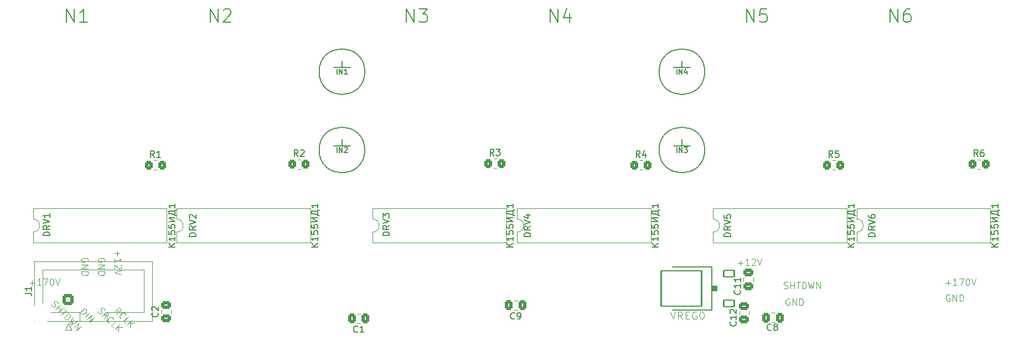
<source format=gto>
G04 #@! TF.GenerationSoftware,KiCad,Pcbnew,7.0.5*
G04 #@! TF.CreationDate,2023-09-06T13:33:27-04:00*
G04 #@! TF.ProjectId,untitled,756e7469-746c-4656-942e-6b696361645f,rev?*
G04 #@! TF.SameCoordinates,Original*
G04 #@! TF.FileFunction,Legend,Top*
G04 #@! TF.FilePolarity,Positive*
%FSLAX46Y46*%
G04 Gerber Fmt 4.6, Leading zero omitted, Abs format (unit mm)*
G04 Created by KiCad (PCBNEW 7.0.5) date 2023-09-06 13:33:27*
%MOMM*%
%LPD*%
G01*
G04 APERTURE LIST*
G04 Aperture macros list*
%AMRoundRect*
0 Rectangle with rounded corners*
0 $1 Rounding radius*
0 $2 $3 $4 $5 $6 $7 $8 $9 X,Y pos of 4 corners*
0 Add a 4 corners polygon primitive as box body*
4,1,4,$2,$3,$4,$5,$6,$7,$8,$9,$2,$3,0*
0 Add four circle primitives for the rounded corners*
1,1,$1+$1,$2,$3*
1,1,$1+$1,$4,$5*
1,1,$1+$1,$6,$7*
1,1,$1+$1,$8,$9*
0 Add four rect primitives between the rounded corners*
20,1,$1+$1,$2,$3,$4,$5,0*
20,1,$1+$1,$4,$5,$6,$7,0*
20,1,$1+$1,$6,$7,$8,$9,0*
20,1,$1+$1,$8,$9,$2,$3,0*%
G04 Aperture macros list end*
%ADD10C,0.100000*%
%ADD11C,0.150000*%
%ADD12C,0.174752*%
%ADD13C,0.101600*%
%ADD14C,0.120000*%
%ADD15C,0.127000*%
%ADD16C,0.203200*%
%ADD17RoundRect,0.250000X0.475000X-0.337500X0.475000X0.337500X-0.475000X0.337500X-0.475000X-0.337500X0*%
%ADD18R,1.600000X1.600000*%
%ADD19O,1.600000X1.600000*%
%ADD20C,3.100000*%
%ADD21RoundRect,0.250000X0.337500X0.475000X-0.337500X0.475000X-0.337500X-0.475000X0.337500X-0.475000X0*%
%ADD22RoundRect,0.250000X0.600000X-0.600000X0.600000X0.600000X-0.600000X0.600000X-0.600000X-0.600000X0*%
%ADD23C,1.700000*%
%ADD24C,2.603200*%
%ADD25RoundRect,0.250000X-0.350000X-0.450000X0.350000X-0.450000X0.350000X0.450000X-0.350000X0.450000X0*%
%ADD26C,4.000000*%
%ADD27RoundRect,0.250000X-0.475000X0.337500X-0.475000X-0.337500X0.475000X-0.337500X0.475000X0.337500X0*%
%ADD28R,1.308000X1.308000*%
%ADD29C,1.308000*%
%ADD30RoundRect,0.101600X0.800000X-0.500000X0.800000X0.500000X-0.800000X0.500000X-0.800000X-0.500000X0*%
%ADD31RoundRect,0.101600X3.100000X-2.700000X3.100000X2.700000X-3.100000X2.700000X-3.100000X-2.700000X0*%
%ADD32O,3.251200X1.727200*%
G04 APERTURE END LIST*
D10*
X214806884Y-109346466D02*
X215568789Y-109346466D01*
X215187836Y-109727419D02*
X215187836Y-108965514D01*
X216568788Y-109727419D02*
X215997360Y-109727419D01*
X216283074Y-109727419D02*
X216283074Y-108727419D01*
X216283074Y-108727419D02*
X216187836Y-108870276D01*
X216187836Y-108870276D02*
X216092598Y-108965514D01*
X216092598Y-108965514D02*
X215997360Y-109013133D01*
X216902122Y-108727419D02*
X217568788Y-108727419D01*
X217568788Y-108727419D02*
X217140217Y-109727419D01*
X218140217Y-108727419D02*
X218235455Y-108727419D01*
X218235455Y-108727419D02*
X218330693Y-108775038D01*
X218330693Y-108775038D02*
X218378312Y-108822657D01*
X218378312Y-108822657D02*
X218425931Y-108917895D01*
X218425931Y-108917895D02*
X218473550Y-109108371D01*
X218473550Y-109108371D02*
X218473550Y-109346466D01*
X218473550Y-109346466D02*
X218425931Y-109536942D01*
X218425931Y-109536942D02*
X218378312Y-109632180D01*
X218378312Y-109632180D02*
X218330693Y-109679800D01*
X218330693Y-109679800D02*
X218235455Y-109727419D01*
X218235455Y-109727419D02*
X218140217Y-109727419D01*
X218140217Y-109727419D02*
X218044979Y-109679800D01*
X218044979Y-109679800D02*
X217997360Y-109632180D01*
X217997360Y-109632180D02*
X217949741Y-109536942D01*
X217949741Y-109536942D02*
X217902122Y-109346466D01*
X217902122Y-109346466D02*
X217902122Y-109108371D01*
X217902122Y-109108371D02*
X217949741Y-108917895D01*
X217949741Y-108917895D02*
X217997360Y-108822657D01*
X217997360Y-108822657D02*
X218044979Y-108775038D01*
X218044979Y-108775038D02*
X218140217Y-108727419D01*
X218759265Y-108727419D02*
X219092598Y-109727419D01*
X219092598Y-109727419D02*
X219425931Y-108727419D01*
X215457693Y-111188038D02*
X215362455Y-111140419D01*
X215362455Y-111140419D02*
X215219598Y-111140419D01*
X215219598Y-111140419D02*
X215076741Y-111188038D01*
X215076741Y-111188038D02*
X214981503Y-111283276D01*
X214981503Y-111283276D02*
X214933884Y-111378514D01*
X214933884Y-111378514D02*
X214886265Y-111568990D01*
X214886265Y-111568990D02*
X214886265Y-111711847D01*
X214886265Y-111711847D02*
X214933884Y-111902323D01*
X214933884Y-111902323D02*
X214981503Y-111997561D01*
X214981503Y-111997561D02*
X215076741Y-112092800D01*
X215076741Y-112092800D02*
X215219598Y-112140419D01*
X215219598Y-112140419D02*
X215314836Y-112140419D01*
X215314836Y-112140419D02*
X215457693Y-112092800D01*
X215457693Y-112092800D02*
X215505312Y-112045180D01*
X215505312Y-112045180D02*
X215505312Y-111711847D01*
X215505312Y-111711847D02*
X215314836Y-111711847D01*
X215933884Y-112140419D02*
X215933884Y-111140419D01*
X215933884Y-111140419D02*
X216505312Y-112140419D01*
X216505312Y-112140419D02*
X216505312Y-111140419D01*
X216981503Y-112140419D02*
X216981503Y-111140419D01*
X216981503Y-111140419D02*
X217219598Y-111140419D01*
X217219598Y-111140419D02*
X217362455Y-111188038D01*
X217362455Y-111188038D02*
X217457693Y-111283276D01*
X217457693Y-111283276D02*
X217505312Y-111378514D01*
X217505312Y-111378514D02*
X217552931Y-111568990D01*
X217552931Y-111568990D02*
X217552931Y-111711847D01*
X217552931Y-111711847D02*
X217505312Y-111902323D01*
X217505312Y-111902323D02*
X217457693Y-111997561D01*
X217457693Y-111997561D02*
X217362455Y-112092800D01*
X217362455Y-112092800D02*
X217219598Y-112140419D01*
X217219598Y-112140419D02*
X216981503Y-112140419D01*
X190121265Y-110187800D02*
X190264122Y-110235419D01*
X190264122Y-110235419D02*
X190502217Y-110235419D01*
X190502217Y-110235419D02*
X190597455Y-110187800D01*
X190597455Y-110187800D02*
X190645074Y-110140180D01*
X190645074Y-110140180D02*
X190692693Y-110044942D01*
X190692693Y-110044942D02*
X190692693Y-109949704D01*
X190692693Y-109949704D02*
X190645074Y-109854466D01*
X190645074Y-109854466D02*
X190597455Y-109806847D01*
X190597455Y-109806847D02*
X190502217Y-109759228D01*
X190502217Y-109759228D02*
X190311741Y-109711609D01*
X190311741Y-109711609D02*
X190216503Y-109663990D01*
X190216503Y-109663990D02*
X190168884Y-109616371D01*
X190168884Y-109616371D02*
X190121265Y-109521133D01*
X190121265Y-109521133D02*
X190121265Y-109425895D01*
X190121265Y-109425895D02*
X190168884Y-109330657D01*
X190168884Y-109330657D02*
X190216503Y-109283038D01*
X190216503Y-109283038D02*
X190311741Y-109235419D01*
X190311741Y-109235419D02*
X190549836Y-109235419D01*
X190549836Y-109235419D02*
X190692693Y-109283038D01*
X191121265Y-110235419D02*
X191121265Y-109235419D01*
X191121265Y-109711609D02*
X191692693Y-109711609D01*
X191692693Y-110235419D02*
X191692693Y-109235419D01*
X192026027Y-109235419D02*
X192597455Y-109235419D01*
X192311741Y-110235419D02*
X192311741Y-109235419D01*
X192930789Y-110235419D02*
X192930789Y-109235419D01*
X192930789Y-109235419D02*
X193168884Y-109235419D01*
X193168884Y-109235419D02*
X193311741Y-109283038D01*
X193311741Y-109283038D02*
X193406979Y-109378276D01*
X193406979Y-109378276D02*
X193454598Y-109473514D01*
X193454598Y-109473514D02*
X193502217Y-109663990D01*
X193502217Y-109663990D02*
X193502217Y-109806847D01*
X193502217Y-109806847D02*
X193454598Y-109997323D01*
X193454598Y-109997323D02*
X193406979Y-110092561D01*
X193406979Y-110092561D02*
X193311741Y-110187800D01*
X193311741Y-110187800D02*
X193168884Y-110235419D01*
X193168884Y-110235419D02*
X192930789Y-110235419D01*
X193835551Y-109235419D02*
X194073646Y-110235419D01*
X194073646Y-110235419D02*
X194264122Y-109521133D01*
X194264122Y-109521133D02*
X194454598Y-110235419D01*
X194454598Y-110235419D02*
X194692694Y-109235419D01*
X195073646Y-110235419D02*
X195073646Y-109235419D01*
X195073646Y-109235419D02*
X195645074Y-110235419D01*
X195645074Y-110235419D02*
X195645074Y-109235419D01*
X190946693Y-111823038D02*
X190851455Y-111775419D01*
X190851455Y-111775419D02*
X190708598Y-111775419D01*
X190708598Y-111775419D02*
X190565741Y-111823038D01*
X190565741Y-111823038D02*
X190470503Y-111918276D01*
X190470503Y-111918276D02*
X190422884Y-112013514D01*
X190422884Y-112013514D02*
X190375265Y-112203990D01*
X190375265Y-112203990D02*
X190375265Y-112346847D01*
X190375265Y-112346847D02*
X190422884Y-112537323D01*
X190422884Y-112537323D02*
X190470503Y-112632561D01*
X190470503Y-112632561D02*
X190565741Y-112727800D01*
X190565741Y-112727800D02*
X190708598Y-112775419D01*
X190708598Y-112775419D02*
X190803836Y-112775419D01*
X190803836Y-112775419D02*
X190946693Y-112727800D01*
X190946693Y-112727800D02*
X190994312Y-112680180D01*
X190994312Y-112680180D02*
X190994312Y-112346847D01*
X190994312Y-112346847D02*
X190803836Y-112346847D01*
X191422884Y-112775419D02*
X191422884Y-111775419D01*
X191422884Y-111775419D02*
X191994312Y-112775419D01*
X191994312Y-112775419D02*
X191994312Y-111775419D01*
X192470503Y-112775419D02*
X192470503Y-111775419D01*
X192470503Y-111775419D02*
X192708598Y-111775419D01*
X192708598Y-111775419D02*
X192851455Y-111823038D01*
X192851455Y-111823038D02*
X192946693Y-111918276D01*
X192946693Y-111918276D02*
X192994312Y-112013514D01*
X192994312Y-112013514D02*
X193041931Y-112203990D01*
X193041931Y-112203990D02*
X193041931Y-112346847D01*
X193041931Y-112346847D02*
X192994312Y-112537323D01*
X192994312Y-112537323D02*
X192946693Y-112632561D01*
X192946693Y-112632561D02*
X192851455Y-112727800D01*
X192851455Y-112727800D02*
X192708598Y-112775419D01*
X192708598Y-112775419D02*
X192470503Y-112775419D01*
X183056884Y-106298466D02*
X183818789Y-106298466D01*
X183437836Y-106679419D02*
X183437836Y-105917514D01*
X184818788Y-106679419D02*
X184247360Y-106679419D01*
X184533074Y-106679419D02*
X184533074Y-105679419D01*
X184533074Y-105679419D02*
X184437836Y-105822276D01*
X184437836Y-105822276D02*
X184342598Y-105917514D01*
X184342598Y-105917514D02*
X184247360Y-105965133D01*
X185199741Y-105774657D02*
X185247360Y-105727038D01*
X185247360Y-105727038D02*
X185342598Y-105679419D01*
X185342598Y-105679419D02*
X185580693Y-105679419D01*
X185580693Y-105679419D02*
X185675931Y-105727038D01*
X185675931Y-105727038D02*
X185723550Y-105774657D01*
X185723550Y-105774657D02*
X185771169Y-105869895D01*
X185771169Y-105869895D02*
X185771169Y-105965133D01*
X185771169Y-105965133D02*
X185723550Y-106107990D01*
X185723550Y-106107990D02*
X185152122Y-106679419D01*
X185152122Y-106679419D02*
X185771169Y-106679419D01*
X186056884Y-105679419D02*
X186390217Y-106679419D01*
X186390217Y-106679419D02*
X186723550Y-105679419D01*
X74725884Y-109346466D02*
X75487789Y-109346466D01*
X75106836Y-109727419D02*
X75106836Y-108965514D01*
X76487788Y-109727419D02*
X75916360Y-109727419D01*
X76202074Y-109727419D02*
X76202074Y-108727419D01*
X76202074Y-108727419D02*
X76106836Y-108870276D01*
X76106836Y-108870276D02*
X76011598Y-108965514D01*
X76011598Y-108965514D02*
X75916360Y-109013133D01*
X76821122Y-108727419D02*
X77487788Y-108727419D01*
X77487788Y-108727419D02*
X77059217Y-109727419D01*
X78059217Y-108727419D02*
X78154455Y-108727419D01*
X78154455Y-108727419D02*
X78249693Y-108775038D01*
X78249693Y-108775038D02*
X78297312Y-108822657D01*
X78297312Y-108822657D02*
X78344931Y-108917895D01*
X78344931Y-108917895D02*
X78392550Y-109108371D01*
X78392550Y-109108371D02*
X78392550Y-109346466D01*
X78392550Y-109346466D02*
X78344931Y-109536942D01*
X78344931Y-109536942D02*
X78297312Y-109632180D01*
X78297312Y-109632180D02*
X78249693Y-109679800D01*
X78249693Y-109679800D02*
X78154455Y-109727419D01*
X78154455Y-109727419D02*
X78059217Y-109727419D01*
X78059217Y-109727419D02*
X77963979Y-109679800D01*
X77963979Y-109679800D02*
X77916360Y-109632180D01*
X77916360Y-109632180D02*
X77868741Y-109536942D01*
X77868741Y-109536942D02*
X77821122Y-109346466D01*
X77821122Y-109346466D02*
X77821122Y-109108371D01*
X77821122Y-109108371D02*
X77868741Y-108917895D01*
X77868741Y-108917895D02*
X77916360Y-108822657D01*
X77916360Y-108822657D02*
X77963979Y-108775038D01*
X77963979Y-108775038D02*
X78059217Y-108727419D01*
X78678265Y-108727419D02*
X79011598Y-109727419D01*
X79011598Y-109727419D02*
X79344931Y-108727419D01*
X88138533Y-104443884D02*
X88138533Y-105205789D01*
X87757580Y-104824836D02*
X88519485Y-104824836D01*
X87757580Y-106205788D02*
X87757580Y-105634360D01*
X87757580Y-105920074D02*
X88757580Y-105920074D01*
X88757580Y-105920074D02*
X88614723Y-105824836D01*
X88614723Y-105824836D02*
X88519485Y-105729598D01*
X88519485Y-105729598D02*
X88471866Y-105634360D01*
X88662342Y-106586741D02*
X88709961Y-106634360D01*
X88709961Y-106634360D02*
X88757580Y-106729598D01*
X88757580Y-106729598D02*
X88757580Y-106967693D01*
X88757580Y-106967693D02*
X88709961Y-107062931D01*
X88709961Y-107062931D02*
X88662342Y-107110550D01*
X88662342Y-107110550D02*
X88567104Y-107158169D01*
X88567104Y-107158169D02*
X88471866Y-107158169D01*
X88471866Y-107158169D02*
X88329009Y-107110550D01*
X88329009Y-107110550D02*
X87757580Y-106539122D01*
X87757580Y-106539122D02*
X87757580Y-107158169D01*
X88757580Y-107443884D02*
X87757580Y-107777217D01*
X87757580Y-107777217D02*
X88757580Y-108110550D01*
X86169961Y-106110693D02*
X86217580Y-106015455D01*
X86217580Y-106015455D02*
X86217580Y-105872598D01*
X86217580Y-105872598D02*
X86169961Y-105729741D01*
X86169961Y-105729741D02*
X86074723Y-105634503D01*
X86074723Y-105634503D02*
X85979485Y-105586884D01*
X85979485Y-105586884D02*
X85789009Y-105539265D01*
X85789009Y-105539265D02*
X85646152Y-105539265D01*
X85646152Y-105539265D02*
X85455676Y-105586884D01*
X85455676Y-105586884D02*
X85360438Y-105634503D01*
X85360438Y-105634503D02*
X85265200Y-105729741D01*
X85265200Y-105729741D02*
X85217580Y-105872598D01*
X85217580Y-105872598D02*
X85217580Y-105967836D01*
X85217580Y-105967836D02*
X85265200Y-106110693D01*
X85265200Y-106110693D02*
X85312819Y-106158312D01*
X85312819Y-106158312D02*
X85646152Y-106158312D01*
X85646152Y-106158312D02*
X85646152Y-105967836D01*
X85217580Y-106586884D02*
X86217580Y-106586884D01*
X86217580Y-106586884D02*
X85217580Y-107158312D01*
X85217580Y-107158312D02*
X86217580Y-107158312D01*
X85217580Y-107634503D02*
X86217580Y-107634503D01*
X86217580Y-107634503D02*
X86217580Y-107872598D01*
X86217580Y-107872598D02*
X86169961Y-108015455D01*
X86169961Y-108015455D02*
X86074723Y-108110693D01*
X86074723Y-108110693D02*
X85979485Y-108158312D01*
X85979485Y-108158312D02*
X85789009Y-108205931D01*
X85789009Y-108205931D02*
X85646152Y-108205931D01*
X85646152Y-108205931D02*
X85455676Y-108158312D01*
X85455676Y-108158312D02*
X85360438Y-108110693D01*
X85360438Y-108110693D02*
X85265200Y-108015455D01*
X85265200Y-108015455D02*
X85217580Y-107872598D01*
X85217580Y-107872598D02*
X85217580Y-107634503D01*
X83629961Y-106110693D02*
X83677580Y-106015455D01*
X83677580Y-106015455D02*
X83677580Y-105872598D01*
X83677580Y-105872598D02*
X83629961Y-105729741D01*
X83629961Y-105729741D02*
X83534723Y-105634503D01*
X83534723Y-105634503D02*
X83439485Y-105586884D01*
X83439485Y-105586884D02*
X83249009Y-105539265D01*
X83249009Y-105539265D02*
X83106152Y-105539265D01*
X83106152Y-105539265D02*
X82915676Y-105586884D01*
X82915676Y-105586884D02*
X82820438Y-105634503D01*
X82820438Y-105634503D02*
X82725200Y-105729741D01*
X82725200Y-105729741D02*
X82677580Y-105872598D01*
X82677580Y-105872598D02*
X82677580Y-105967836D01*
X82677580Y-105967836D02*
X82725200Y-106110693D01*
X82725200Y-106110693D02*
X82772819Y-106158312D01*
X82772819Y-106158312D02*
X83106152Y-106158312D01*
X83106152Y-106158312D02*
X83106152Y-105967836D01*
X82677580Y-106586884D02*
X83677580Y-106586884D01*
X83677580Y-106586884D02*
X82677580Y-107158312D01*
X82677580Y-107158312D02*
X83677580Y-107158312D01*
X82677580Y-107634503D02*
X83677580Y-107634503D01*
X83677580Y-107634503D02*
X83677580Y-107872598D01*
X83677580Y-107872598D02*
X83629961Y-108015455D01*
X83629961Y-108015455D02*
X83534723Y-108110693D01*
X83534723Y-108110693D02*
X83439485Y-108158312D01*
X83439485Y-108158312D02*
X83249009Y-108205931D01*
X83249009Y-108205931D02*
X83106152Y-108205931D01*
X83106152Y-108205931D02*
X82915676Y-108158312D01*
X82915676Y-108158312D02*
X82820438Y-108110693D01*
X82820438Y-108110693D02*
X82725200Y-108015455D01*
X82725200Y-108015455D02*
X82677580Y-107872598D01*
X82677580Y-107872598D02*
X82677580Y-107634503D01*
X88085152Y-114193726D02*
X88186168Y-113621306D01*
X87681091Y-113789665D02*
X88388198Y-113082558D01*
X88388198Y-113082558D02*
X88657572Y-113351932D01*
X88657572Y-113351932D02*
X88691244Y-113452947D01*
X88691244Y-113452947D02*
X88691244Y-113520291D01*
X88691244Y-113520291D02*
X88657572Y-113621306D01*
X88657572Y-113621306D02*
X88556557Y-113722321D01*
X88556557Y-113722321D02*
X88455542Y-113755993D01*
X88455542Y-113755993D02*
X88388198Y-113755993D01*
X88388198Y-113755993D02*
X88287183Y-113722321D01*
X88287183Y-113722321D02*
X88017809Y-113452947D01*
X88859603Y-114833489D02*
X88792259Y-114833489D01*
X88792259Y-114833489D02*
X88657572Y-114766146D01*
X88657572Y-114766146D02*
X88590229Y-114698802D01*
X88590229Y-114698802D02*
X88522885Y-114564115D01*
X88522885Y-114564115D02*
X88522885Y-114429428D01*
X88522885Y-114429428D02*
X88556557Y-114328413D01*
X88556557Y-114328413D02*
X88657572Y-114160054D01*
X88657572Y-114160054D02*
X88758588Y-114059039D01*
X88758588Y-114059039D02*
X88926946Y-113958024D01*
X88926946Y-113958024D02*
X89027962Y-113924352D01*
X89027962Y-113924352D02*
X89162649Y-113924352D01*
X89162649Y-113924352D02*
X89297336Y-113991695D01*
X89297336Y-113991695D02*
X89364679Y-114059039D01*
X89364679Y-114059039D02*
X89432023Y-114193726D01*
X89432023Y-114193726D02*
X89432023Y-114261069D01*
X89432023Y-115540596D02*
X89095305Y-115203878D01*
X89095305Y-115203878D02*
X89802412Y-114496772D01*
X89667725Y-115776298D02*
X90374832Y-115069191D01*
X90071786Y-116180359D02*
X90172801Y-115473252D01*
X90778893Y-115473252D02*
X89970771Y-115473252D01*
X85141091Y-113722321D02*
X85208435Y-113857008D01*
X85208435Y-113857008D02*
X85376794Y-114025367D01*
X85376794Y-114025367D02*
X85477809Y-114059039D01*
X85477809Y-114059039D02*
X85545152Y-114059039D01*
X85545152Y-114059039D02*
X85646168Y-114025367D01*
X85646168Y-114025367D02*
X85713511Y-113958024D01*
X85713511Y-113958024D02*
X85747183Y-113857008D01*
X85747183Y-113857008D02*
X85747183Y-113789665D01*
X85747183Y-113789665D02*
X85713511Y-113688649D01*
X85713511Y-113688649D02*
X85612496Y-113520291D01*
X85612496Y-113520291D02*
X85578824Y-113419275D01*
X85578824Y-113419275D02*
X85578824Y-113351932D01*
X85578824Y-113351932D02*
X85612496Y-113250917D01*
X85612496Y-113250917D02*
X85679839Y-113183573D01*
X85679839Y-113183573D02*
X85780855Y-113149901D01*
X85780855Y-113149901D02*
X85848198Y-113149901D01*
X85848198Y-113149901D02*
X85949213Y-113183573D01*
X85949213Y-113183573D02*
X86117572Y-113351932D01*
X86117572Y-113351932D02*
X86184916Y-113486619D01*
X86218588Y-114867161D02*
X86319603Y-114294741D01*
X85814527Y-114463100D02*
X86521633Y-113755993D01*
X86521633Y-113755993D02*
X86791007Y-114025367D01*
X86791007Y-114025367D02*
X86824679Y-114126382D01*
X86824679Y-114126382D02*
X86824679Y-114193726D01*
X86824679Y-114193726D02*
X86791007Y-114294741D01*
X86791007Y-114294741D02*
X86689992Y-114395756D01*
X86689992Y-114395756D02*
X86588977Y-114429428D01*
X86588977Y-114429428D02*
X86521633Y-114429428D01*
X86521633Y-114429428D02*
X86420618Y-114395756D01*
X86420618Y-114395756D02*
X86151244Y-114126382D01*
X86993038Y-115506924D02*
X86925694Y-115506924D01*
X86925694Y-115506924D02*
X86791007Y-115439581D01*
X86791007Y-115439581D02*
X86723664Y-115372237D01*
X86723664Y-115372237D02*
X86656320Y-115237550D01*
X86656320Y-115237550D02*
X86656320Y-115102863D01*
X86656320Y-115102863D02*
X86689992Y-115001848D01*
X86689992Y-115001848D02*
X86791007Y-114833489D01*
X86791007Y-114833489D02*
X86892023Y-114732474D01*
X86892023Y-114732474D02*
X87060381Y-114631459D01*
X87060381Y-114631459D02*
X87161397Y-114597787D01*
X87161397Y-114597787D02*
X87296084Y-114597787D01*
X87296084Y-114597787D02*
X87430771Y-114665130D01*
X87430771Y-114665130D02*
X87498114Y-114732474D01*
X87498114Y-114732474D02*
X87565458Y-114867161D01*
X87565458Y-114867161D02*
X87565458Y-114934504D01*
X87565458Y-116214031D02*
X87228740Y-115877313D01*
X87228740Y-115877313D02*
X87935847Y-115170207D01*
X87801160Y-116449733D02*
X88508267Y-115742627D01*
X88205221Y-116853794D02*
X88306236Y-116146688D01*
X88912328Y-116146688D02*
X88104206Y-116146688D01*
X82474091Y-113916665D02*
X83181198Y-113209558D01*
X83181198Y-113209558D02*
X83349557Y-113377917D01*
X83349557Y-113377917D02*
X83416901Y-113512604D01*
X83416901Y-113512604D02*
X83416901Y-113647291D01*
X83416901Y-113647291D02*
X83383229Y-113748306D01*
X83383229Y-113748306D02*
X83282213Y-113916665D01*
X83282213Y-113916665D02*
X83181198Y-114017680D01*
X83181198Y-114017680D02*
X83012839Y-114118695D01*
X83012839Y-114118695D02*
X82911824Y-114152367D01*
X82911824Y-114152367D02*
X82777137Y-114152367D01*
X82777137Y-114152367D02*
X82642450Y-114085024D01*
X82642450Y-114085024D02*
X82474091Y-113916665D01*
X83181198Y-114623772D02*
X83888305Y-113916665D01*
X83517915Y-114960489D02*
X84225022Y-114253382D01*
X84225022Y-114253382D02*
X83921976Y-115364550D01*
X83921976Y-115364550D02*
X84629083Y-114657443D01*
X78029091Y-112706321D02*
X78096435Y-112841008D01*
X78096435Y-112841008D02*
X78264794Y-113009367D01*
X78264794Y-113009367D02*
X78365809Y-113043039D01*
X78365809Y-113043039D02*
X78433152Y-113043039D01*
X78433152Y-113043039D02*
X78534168Y-113009367D01*
X78534168Y-113009367D02*
X78601511Y-112942024D01*
X78601511Y-112942024D02*
X78635183Y-112841008D01*
X78635183Y-112841008D02*
X78635183Y-112773665D01*
X78635183Y-112773665D02*
X78601511Y-112672649D01*
X78601511Y-112672649D02*
X78500496Y-112504291D01*
X78500496Y-112504291D02*
X78466824Y-112403275D01*
X78466824Y-112403275D02*
X78466824Y-112335932D01*
X78466824Y-112335932D02*
X78500496Y-112234917D01*
X78500496Y-112234917D02*
X78567839Y-112167573D01*
X78567839Y-112167573D02*
X78668855Y-112133901D01*
X78668855Y-112133901D02*
X78736198Y-112133901D01*
X78736198Y-112133901D02*
X78837213Y-112167573D01*
X78837213Y-112167573D02*
X79005572Y-112335932D01*
X79005572Y-112335932D02*
X79072916Y-112470619D01*
X78702527Y-113447100D02*
X79409633Y-112739993D01*
X79072916Y-113076711D02*
X79476977Y-113480772D01*
X79106588Y-113851161D02*
X79813694Y-113144054D01*
X80049397Y-113379756D02*
X80453458Y-113783817D01*
X79544320Y-114288894D02*
X80251427Y-113581787D01*
X79982053Y-114726627D02*
X80689160Y-114019520D01*
X80689160Y-114019520D02*
X80857519Y-114187878D01*
X80857519Y-114187878D02*
X80924862Y-114322565D01*
X80924862Y-114322565D02*
X80924862Y-114457252D01*
X80924862Y-114457252D02*
X80891191Y-114558268D01*
X80891191Y-114558268D02*
X80790175Y-114726627D01*
X80790175Y-114726627D02*
X80689160Y-114827642D01*
X80689160Y-114827642D02*
X80520801Y-114928657D01*
X80520801Y-114928657D02*
X80419786Y-114962329D01*
X80419786Y-114962329D02*
X80285099Y-114962329D01*
X80285099Y-114962329D02*
X80150412Y-114894985D01*
X80150412Y-114894985D02*
X79982053Y-114726627D01*
X81328923Y-114659283D02*
X80790175Y-115534749D01*
X80790175Y-115534749D02*
X81429939Y-115164359D01*
X81429939Y-115164359D02*
X81059549Y-115804123D01*
X81059549Y-115804123D02*
X81935015Y-115265375D01*
X81497282Y-116241855D02*
X82204389Y-115534748D01*
X82204389Y-115534748D02*
X81901343Y-116645916D01*
X81901343Y-116645916D02*
X82608450Y-115938809D01*
D11*
X94310580Y-113937166D02*
X94358200Y-113984785D01*
X94358200Y-113984785D02*
X94405819Y-114127642D01*
X94405819Y-114127642D02*
X94405819Y-114222880D01*
X94405819Y-114222880D02*
X94358200Y-114365737D01*
X94358200Y-114365737D02*
X94262961Y-114460975D01*
X94262961Y-114460975D02*
X94167723Y-114508594D01*
X94167723Y-114508594D02*
X93977247Y-114556213D01*
X93977247Y-114556213D02*
X93834390Y-114556213D01*
X93834390Y-114556213D02*
X93643914Y-114508594D01*
X93643914Y-114508594D02*
X93548676Y-114460975D01*
X93548676Y-114460975D02*
X93453438Y-114365737D01*
X93453438Y-114365737D02*
X93405819Y-114222880D01*
X93405819Y-114222880D02*
X93405819Y-114127642D01*
X93405819Y-114127642D02*
X93453438Y-113984785D01*
X93453438Y-113984785D02*
X93501057Y-113937166D01*
X93501057Y-113556213D02*
X93453438Y-113508594D01*
X93453438Y-113508594D02*
X93405819Y-113413356D01*
X93405819Y-113413356D02*
X93405819Y-113175261D01*
X93405819Y-113175261D02*
X93453438Y-113080023D01*
X93453438Y-113080023D02*
X93501057Y-113032404D01*
X93501057Y-113032404D02*
X93596295Y-112984785D01*
X93596295Y-112984785D02*
X93691533Y-112984785D01*
X93691533Y-112984785D02*
X93834390Y-113032404D01*
X93834390Y-113032404D02*
X94405819Y-113603832D01*
X94405819Y-113603832D02*
X94405819Y-112984785D01*
X100149819Y-102250666D02*
X99149819Y-102250666D01*
X99149819Y-102250666D02*
X99149819Y-102012571D01*
X99149819Y-102012571D02*
X99197438Y-101869714D01*
X99197438Y-101869714D02*
X99292676Y-101774476D01*
X99292676Y-101774476D02*
X99387914Y-101726857D01*
X99387914Y-101726857D02*
X99578390Y-101679238D01*
X99578390Y-101679238D02*
X99721247Y-101679238D01*
X99721247Y-101679238D02*
X99911723Y-101726857D01*
X99911723Y-101726857D02*
X100006961Y-101774476D01*
X100006961Y-101774476D02*
X100102200Y-101869714D01*
X100102200Y-101869714D02*
X100149819Y-102012571D01*
X100149819Y-102012571D02*
X100149819Y-102250666D01*
X100149819Y-100679238D02*
X99673628Y-101012571D01*
X100149819Y-101250666D02*
X99149819Y-101250666D01*
X99149819Y-101250666D02*
X99149819Y-100869714D01*
X99149819Y-100869714D02*
X99197438Y-100774476D01*
X99197438Y-100774476D02*
X99245057Y-100726857D01*
X99245057Y-100726857D02*
X99340295Y-100679238D01*
X99340295Y-100679238D02*
X99483152Y-100679238D01*
X99483152Y-100679238D02*
X99578390Y-100726857D01*
X99578390Y-100726857D02*
X99626009Y-100774476D01*
X99626009Y-100774476D02*
X99673628Y-100869714D01*
X99673628Y-100869714D02*
X99673628Y-101250666D01*
X99149819Y-100393523D02*
X100149819Y-100060190D01*
X100149819Y-100060190D02*
X99149819Y-99726857D01*
X99245057Y-99441142D02*
X99197438Y-99393523D01*
X99197438Y-99393523D02*
X99149819Y-99298285D01*
X99149819Y-99298285D02*
X99149819Y-99060190D01*
X99149819Y-99060190D02*
X99197438Y-98964952D01*
X99197438Y-98964952D02*
X99245057Y-98917333D01*
X99245057Y-98917333D02*
X99340295Y-98869714D01*
X99340295Y-98869714D02*
X99435533Y-98869714D01*
X99435533Y-98869714D02*
X99578390Y-98917333D01*
X99578390Y-98917333D02*
X100149819Y-99488761D01*
X100149819Y-99488761D02*
X100149819Y-98869714D01*
X118818819Y-103845904D02*
X117818819Y-103845904D01*
X118818819Y-103274476D02*
X118247390Y-103703047D01*
X117818819Y-103274476D02*
X118390247Y-103845904D01*
X118818819Y-102322095D02*
X118818819Y-102893523D01*
X118818819Y-102607809D02*
X117818819Y-102607809D01*
X117818819Y-102607809D02*
X117961676Y-102703047D01*
X117961676Y-102703047D02*
X118056914Y-102798285D01*
X118056914Y-102798285D02*
X118104533Y-102893523D01*
X117818819Y-101417333D02*
X117818819Y-101893523D01*
X117818819Y-101893523D02*
X118295009Y-101941142D01*
X118295009Y-101941142D02*
X118247390Y-101893523D01*
X118247390Y-101893523D02*
X118199771Y-101798285D01*
X118199771Y-101798285D02*
X118199771Y-101560190D01*
X118199771Y-101560190D02*
X118247390Y-101464952D01*
X118247390Y-101464952D02*
X118295009Y-101417333D01*
X118295009Y-101417333D02*
X118390247Y-101369714D01*
X118390247Y-101369714D02*
X118628342Y-101369714D01*
X118628342Y-101369714D02*
X118723580Y-101417333D01*
X118723580Y-101417333D02*
X118771200Y-101464952D01*
X118771200Y-101464952D02*
X118818819Y-101560190D01*
X118818819Y-101560190D02*
X118818819Y-101798285D01*
X118818819Y-101798285D02*
X118771200Y-101893523D01*
X118771200Y-101893523D02*
X118723580Y-101941142D01*
X117818819Y-100464952D02*
X117818819Y-100941142D01*
X117818819Y-100941142D02*
X118295009Y-100988761D01*
X118295009Y-100988761D02*
X118247390Y-100941142D01*
X118247390Y-100941142D02*
X118199771Y-100845904D01*
X118199771Y-100845904D02*
X118199771Y-100607809D01*
X118199771Y-100607809D02*
X118247390Y-100512571D01*
X118247390Y-100512571D02*
X118295009Y-100464952D01*
X118295009Y-100464952D02*
X118390247Y-100417333D01*
X118390247Y-100417333D02*
X118628342Y-100417333D01*
X118628342Y-100417333D02*
X118723580Y-100464952D01*
X118723580Y-100464952D02*
X118771200Y-100512571D01*
X118771200Y-100512571D02*
X118818819Y-100607809D01*
X118818819Y-100607809D02*
X118818819Y-100845904D01*
X118818819Y-100845904D02*
X118771200Y-100941142D01*
X118771200Y-100941142D02*
X118723580Y-100988761D01*
X117818819Y-99988761D02*
X118818819Y-99988761D01*
X118818819Y-99988761D02*
X117818819Y-99417333D01*
X117818819Y-99417333D02*
X118818819Y-99417333D01*
X119056914Y-98179238D02*
X118818819Y-98179238D01*
X118818819Y-98179238D02*
X118818819Y-99036380D01*
X118818819Y-99036380D02*
X119056914Y-99036380D01*
X118818819Y-98369714D02*
X117818819Y-98369714D01*
X117818819Y-98369714D02*
X117818819Y-98607809D01*
X117818819Y-98607809D02*
X117866438Y-98703047D01*
X117866438Y-98703047D02*
X117914057Y-98750666D01*
X117914057Y-98750666D02*
X118009295Y-98798285D01*
X118009295Y-98798285D02*
X118818819Y-98893523D01*
X118818819Y-97274476D02*
X118818819Y-97845904D01*
X118818819Y-97560190D02*
X117818819Y-97560190D01*
X117818819Y-97560190D02*
X117961676Y-97655428D01*
X117961676Y-97655428D02*
X118056914Y-97750666D01*
X118056914Y-97750666D02*
X118104533Y-97845904D01*
X148909833Y-114815580D02*
X148862214Y-114863200D01*
X148862214Y-114863200D02*
X148719357Y-114910819D01*
X148719357Y-114910819D02*
X148624119Y-114910819D01*
X148624119Y-114910819D02*
X148481262Y-114863200D01*
X148481262Y-114863200D02*
X148386024Y-114767961D01*
X148386024Y-114767961D02*
X148338405Y-114672723D01*
X148338405Y-114672723D02*
X148290786Y-114482247D01*
X148290786Y-114482247D02*
X148290786Y-114339390D01*
X148290786Y-114339390D02*
X148338405Y-114148914D01*
X148338405Y-114148914D02*
X148386024Y-114053676D01*
X148386024Y-114053676D02*
X148481262Y-113958438D01*
X148481262Y-113958438D02*
X148624119Y-113910819D01*
X148624119Y-113910819D02*
X148719357Y-113910819D01*
X148719357Y-113910819D02*
X148862214Y-113958438D01*
X148862214Y-113958438D02*
X148909833Y-114006057D01*
X149386024Y-114910819D02*
X149576500Y-114910819D01*
X149576500Y-114910819D02*
X149671738Y-114863200D01*
X149671738Y-114863200D02*
X149719357Y-114815580D01*
X149719357Y-114815580D02*
X149814595Y-114672723D01*
X149814595Y-114672723D02*
X149862214Y-114482247D01*
X149862214Y-114482247D02*
X149862214Y-114101295D01*
X149862214Y-114101295D02*
X149814595Y-114006057D01*
X149814595Y-114006057D02*
X149766976Y-113958438D01*
X149766976Y-113958438D02*
X149671738Y-113910819D01*
X149671738Y-113910819D02*
X149481262Y-113910819D01*
X149481262Y-113910819D02*
X149386024Y-113958438D01*
X149386024Y-113958438D02*
X149338405Y-114006057D01*
X149338405Y-114006057D02*
X149290786Y-114101295D01*
X149290786Y-114101295D02*
X149290786Y-114339390D01*
X149290786Y-114339390D02*
X149338405Y-114434628D01*
X149338405Y-114434628D02*
X149386024Y-114482247D01*
X149386024Y-114482247D02*
X149481262Y-114529866D01*
X149481262Y-114529866D02*
X149671738Y-114529866D01*
X149671738Y-114529866D02*
X149766976Y-114482247D01*
X149766976Y-114482247D02*
X149814595Y-114434628D01*
X149814595Y-114434628D02*
X149862214Y-114339390D01*
X73999819Y-110950333D02*
X74714104Y-110950333D01*
X74714104Y-110950333D02*
X74856961Y-110997952D01*
X74856961Y-110997952D02*
X74952200Y-111093190D01*
X74952200Y-111093190D02*
X74999819Y-111236047D01*
X74999819Y-111236047D02*
X74999819Y-111331285D01*
X74999819Y-109950333D02*
X74999819Y-110521761D01*
X74999819Y-110236047D02*
X73999819Y-110236047D01*
X73999819Y-110236047D02*
X74142676Y-110331285D01*
X74142676Y-110331285D02*
X74237914Y-110426523D01*
X74237914Y-110426523D02*
X74285533Y-110521761D01*
D12*
X80379555Y-69413569D02*
X80379555Y-67403921D01*
X80379555Y-67403921D02*
X81527925Y-69413569D01*
X81527925Y-69413569D02*
X81527925Y-67403921D01*
X83537574Y-69413569D02*
X82389204Y-69413569D01*
X82963389Y-69413569D02*
X82963389Y-67403921D01*
X82963389Y-67403921D02*
X82771994Y-67691014D01*
X82771994Y-67691014D02*
X82580599Y-67882409D01*
X82580599Y-67882409D02*
X82389204Y-67978106D01*
D11*
X145740333Y-89863819D02*
X145407000Y-89387628D01*
X145168905Y-89863819D02*
X145168905Y-88863819D01*
X145168905Y-88863819D02*
X145549857Y-88863819D01*
X145549857Y-88863819D02*
X145645095Y-88911438D01*
X145645095Y-88911438D02*
X145692714Y-88959057D01*
X145692714Y-88959057D02*
X145740333Y-89054295D01*
X145740333Y-89054295D02*
X145740333Y-89197152D01*
X145740333Y-89197152D02*
X145692714Y-89292390D01*
X145692714Y-89292390D02*
X145645095Y-89340009D01*
X145645095Y-89340009D02*
X145549857Y-89387628D01*
X145549857Y-89387628D02*
X145168905Y-89387628D01*
X146073667Y-88863819D02*
X146692714Y-88863819D01*
X146692714Y-88863819D02*
X146359381Y-89244771D01*
X146359381Y-89244771D02*
X146502238Y-89244771D01*
X146502238Y-89244771D02*
X146597476Y-89292390D01*
X146597476Y-89292390D02*
X146645095Y-89340009D01*
X146645095Y-89340009D02*
X146692714Y-89435247D01*
X146692714Y-89435247D02*
X146692714Y-89673342D01*
X146692714Y-89673342D02*
X146645095Y-89768580D01*
X146645095Y-89768580D02*
X146597476Y-89816200D01*
X146597476Y-89816200D02*
X146502238Y-89863819D01*
X146502238Y-89863819D02*
X146216524Y-89863819D01*
X146216524Y-89863819D02*
X146121286Y-89816200D01*
X146121286Y-89816200D02*
X146073667Y-89768580D01*
X183366580Y-110497857D02*
X183414200Y-110545476D01*
X183414200Y-110545476D02*
X183461819Y-110688333D01*
X183461819Y-110688333D02*
X183461819Y-110783571D01*
X183461819Y-110783571D02*
X183414200Y-110926428D01*
X183414200Y-110926428D02*
X183318961Y-111021666D01*
X183318961Y-111021666D02*
X183223723Y-111069285D01*
X183223723Y-111069285D02*
X183033247Y-111116904D01*
X183033247Y-111116904D02*
X182890390Y-111116904D01*
X182890390Y-111116904D02*
X182699914Y-111069285D01*
X182699914Y-111069285D02*
X182604676Y-111021666D01*
X182604676Y-111021666D02*
X182509438Y-110926428D01*
X182509438Y-110926428D02*
X182461819Y-110783571D01*
X182461819Y-110783571D02*
X182461819Y-110688333D01*
X182461819Y-110688333D02*
X182509438Y-110545476D01*
X182509438Y-110545476D02*
X182557057Y-110497857D01*
X183461819Y-109545476D02*
X183461819Y-110116904D01*
X183461819Y-109831190D02*
X182461819Y-109831190D01*
X182461819Y-109831190D02*
X182604676Y-109926428D01*
X182604676Y-109926428D02*
X182699914Y-110021666D01*
X182699914Y-110021666D02*
X182747533Y-110116904D01*
X183461819Y-108593095D02*
X183461819Y-109164523D01*
X183461819Y-108878809D02*
X182461819Y-108878809D01*
X182461819Y-108878809D02*
X182604676Y-108974047D01*
X182604676Y-108974047D02*
X182699914Y-109069285D01*
X182699914Y-109069285D02*
X182747533Y-109164523D01*
X188174333Y-116564580D02*
X188126714Y-116612200D01*
X188126714Y-116612200D02*
X187983857Y-116659819D01*
X187983857Y-116659819D02*
X187888619Y-116659819D01*
X187888619Y-116659819D02*
X187745762Y-116612200D01*
X187745762Y-116612200D02*
X187650524Y-116516961D01*
X187650524Y-116516961D02*
X187602905Y-116421723D01*
X187602905Y-116421723D02*
X187555286Y-116231247D01*
X187555286Y-116231247D02*
X187555286Y-116088390D01*
X187555286Y-116088390D02*
X187602905Y-115897914D01*
X187602905Y-115897914D02*
X187650524Y-115802676D01*
X187650524Y-115802676D02*
X187745762Y-115707438D01*
X187745762Y-115707438D02*
X187888619Y-115659819D01*
X187888619Y-115659819D02*
X187983857Y-115659819D01*
X187983857Y-115659819D02*
X188126714Y-115707438D01*
X188126714Y-115707438D02*
X188174333Y-115755057D01*
X188745762Y-116088390D02*
X188650524Y-116040771D01*
X188650524Y-116040771D02*
X188602905Y-115993152D01*
X188602905Y-115993152D02*
X188555286Y-115897914D01*
X188555286Y-115897914D02*
X188555286Y-115850295D01*
X188555286Y-115850295D02*
X188602905Y-115755057D01*
X188602905Y-115755057D02*
X188650524Y-115707438D01*
X188650524Y-115707438D02*
X188745762Y-115659819D01*
X188745762Y-115659819D02*
X188936238Y-115659819D01*
X188936238Y-115659819D02*
X189031476Y-115707438D01*
X189031476Y-115707438D02*
X189079095Y-115755057D01*
X189079095Y-115755057D02*
X189126714Y-115850295D01*
X189126714Y-115850295D02*
X189126714Y-115897914D01*
X189126714Y-115897914D02*
X189079095Y-115993152D01*
X189079095Y-115993152D02*
X189031476Y-116040771D01*
X189031476Y-116040771D02*
X188936238Y-116088390D01*
X188936238Y-116088390D02*
X188745762Y-116088390D01*
X188745762Y-116088390D02*
X188650524Y-116136009D01*
X188650524Y-116136009D02*
X188602905Y-116183628D01*
X188602905Y-116183628D02*
X188555286Y-116278866D01*
X188555286Y-116278866D02*
X188555286Y-116469342D01*
X188555286Y-116469342D02*
X188602905Y-116564580D01*
X188602905Y-116564580D02*
X188650524Y-116612200D01*
X188650524Y-116612200D02*
X188745762Y-116659819D01*
X188745762Y-116659819D02*
X188936238Y-116659819D01*
X188936238Y-116659819D02*
X189031476Y-116612200D01*
X189031476Y-116612200D02*
X189079095Y-116564580D01*
X189079095Y-116564580D02*
X189126714Y-116469342D01*
X189126714Y-116469342D02*
X189126714Y-116278866D01*
X189126714Y-116278866D02*
X189079095Y-116183628D01*
X189079095Y-116183628D02*
X189031476Y-116136009D01*
X189031476Y-116136009D02*
X188936238Y-116088390D01*
X182731580Y-115323857D02*
X182779200Y-115371476D01*
X182779200Y-115371476D02*
X182826819Y-115514333D01*
X182826819Y-115514333D02*
X182826819Y-115609571D01*
X182826819Y-115609571D02*
X182779200Y-115752428D01*
X182779200Y-115752428D02*
X182683961Y-115847666D01*
X182683961Y-115847666D02*
X182588723Y-115895285D01*
X182588723Y-115895285D02*
X182398247Y-115942904D01*
X182398247Y-115942904D02*
X182255390Y-115942904D01*
X182255390Y-115942904D02*
X182064914Y-115895285D01*
X182064914Y-115895285D02*
X181969676Y-115847666D01*
X181969676Y-115847666D02*
X181874438Y-115752428D01*
X181874438Y-115752428D02*
X181826819Y-115609571D01*
X181826819Y-115609571D02*
X181826819Y-115514333D01*
X181826819Y-115514333D02*
X181874438Y-115371476D01*
X181874438Y-115371476D02*
X181922057Y-115323857D01*
X182826819Y-114371476D02*
X182826819Y-114942904D01*
X182826819Y-114657190D02*
X181826819Y-114657190D01*
X181826819Y-114657190D02*
X181969676Y-114752428D01*
X181969676Y-114752428D02*
X182064914Y-114847666D01*
X182064914Y-114847666D02*
X182112533Y-114942904D01*
X181922057Y-113990523D02*
X181874438Y-113942904D01*
X181874438Y-113942904D02*
X181826819Y-113847666D01*
X181826819Y-113847666D02*
X181826819Y-113609571D01*
X181826819Y-113609571D02*
X181874438Y-113514333D01*
X181874438Y-113514333D02*
X181922057Y-113466714D01*
X181922057Y-113466714D02*
X182017295Y-113419095D01*
X182017295Y-113419095D02*
X182112533Y-113419095D01*
X182112533Y-113419095D02*
X182255390Y-113466714D01*
X182255390Y-113466714D02*
X182826819Y-114038142D01*
X182826819Y-114038142D02*
X182826819Y-113419095D01*
X219781333Y-89990819D02*
X219448000Y-89514628D01*
X219209905Y-89990819D02*
X219209905Y-88990819D01*
X219209905Y-88990819D02*
X219590857Y-88990819D01*
X219590857Y-88990819D02*
X219686095Y-89038438D01*
X219686095Y-89038438D02*
X219733714Y-89086057D01*
X219733714Y-89086057D02*
X219781333Y-89181295D01*
X219781333Y-89181295D02*
X219781333Y-89324152D01*
X219781333Y-89324152D02*
X219733714Y-89419390D01*
X219733714Y-89419390D02*
X219686095Y-89467009D01*
X219686095Y-89467009D02*
X219590857Y-89514628D01*
X219590857Y-89514628D02*
X219209905Y-89514628D01*
X220638476Y-88990819D02*
X220448000Y-88990819D01*
X220448000Y-88990819D02*
X220352762Y-89038438D01*
X220352762Y-89038438D02*
X220305143Y-89086057D01*
X220305143Y-89086057D02*
X220209905Y-89228914D01*
X220209905Y-89228914D02*
X220162286Y-89419390D01*
X220162286Y-89419390D02*
X220162286Y-89800342D01*
X220162286Y-89800342D02*
X220209905Y-89895580D01*
X220209905Y-89895580D02*
X220257524Y-89943200D01*
X220257524Y-89943200D02*
X220352762Y-89990819D01*
X220352762Y-89990819D02*
X220543238Y-89990819D01*
X220543238Y-89990819D02*
X220638476Y-89943200D01*
X220638476Y-89943200D02*
X220686095Y-89895580D01*
X220686095Y-89895580D02*
X220733714Y-89800342D01*
X220733714Y-89800342D02*
X220733714Y-89562247D01*
X220733714Y-89562247D02*
X220686095Y-89467009D01*
X220686095Y-89467009D02*
X220638476Y-89419390D01*
X220638476Y-89419390D02*
X220543238Y-89371771D01*
X220543238Y-89371771D02*
X220352762Y-89371771D01*
X220352762Y-89371771D02*
X220257524Y-89419390D01*
X220257524Y-89419390D02*
X220209905Y-89467009D01*
X220209905Y-89467009D02*
X220162286Y-89562247D01*
D12*
X102379555Y-69413569D02*
X102379555Y-67403921D01*
X102379555Y-67403921D02*
X103527925Y-69413569D01*
X103527925Y-69413569D02*
X103527925Y-67403921D01*
X104389204Y-67595316D02*
X104484901Y-67499619D01*
X104484901Y-67499619D02*
X104676296Y-67403921D01*
X104676296Y-67403921D02*
X105154784Y-67403921D01*
X105154784Y-67403921D02*
X105346179Y-67499619D01*
X105346179Y-67499619D02*
X105441876Y-67595316D01*
X105441876Y-67595316D02*
X105537574Y-67786711D01*
X105537574Y-67786711D02*
X105537574Y-67978106D01*
X105537574Y-67978106D02*
X105441876Y-68265199D01*
X105441876Y-68265199D02*
X104293506Y-69413569D01*
X104293506Y-69413569D02*
X105537574Y-69413569D01*
D11*
X181937819Y-102250666D02*
X180937819Y-102250666D01*
X180937819Y-102250666D02*
X180937819Y-102012571D01*
X180937819Y-102012571D02*
X180985438Y-101869714D01*
X180985438Y-101869714D02*
X181080676Y-101774476D01*
X181080676Y-101774476D02*
X181175914Y-101726857D01*
X181175914Y-101726857D02*
X181366390Y-101679238D01*
X181366390Y-101679238D02*
X181509247Y-101679238D01*
X181509247Y-101679238D02*
X181699723Y-101726857D01*
X181699723Y-101726857D02*
X181794961Y-101774476D01*
X181794961Y-101774476D02*
X181890200Y-101869714D01*
X181890200Y-101869714D02*
X181937819Y-102012571D01*
X181937819Y-102012571D02*
X181937819Y-102250666D01*
X181937819Y-100679238D02*
X181461628Y-101012571D01*
X181937819Y-101250666D02*
X180937819Y-101250666D01*
X180937819Y-101250666D02*
X180937819Y-100869714D01*
X180937819Y-100869714D02*
X180985438Y-100774476D01*
X180985438Y-100774476D02*
X181033057Y-100726857D01*
X181033057Y-100726857D02*
X181128295Y-100679238D01*
X181128295Y-100679238D02*
X181271152Y-100679238D01*
X181271152Y-100679238D02*
X181366390Y-100726857D01*
X181366390Y-100726857D02*
X181414009Y-100774476D01*
X181414009Y-100774476D02*
X181461628Y-100869714D01*
X181461628Y-100869714D02*
X181461628Y-101250666D01*
X180937819Y-100393523D02*
X181937819Y-100060190D01*
X181937819Y-100060190D02*
X180937819Y-99726857D01*
X180937819Y-98917333D02*
X180937819Y-99393523D01*
X180937819Y-99393523D02*
X181414009Y-99441142D01*
X181414009Y-99441142D02*
X181366390Y-99393523D01*
X181366390Y-99393523D02*
X181318771Y-99298285D01*
X181318771Y-99298285D02*
X181318771Y-99060190D01*
X181318771Y-99060190D02*
X181366390Y-98964952D01*
X181366390Y-98964952D02*
X181414009Y-98917333D01*
X181414009Y-98917333D02*
X181509247Y-98869714D01*
X181509247Y-98869714D02*
X181747342Y-98869714D01*
X181747342Y-98869714D02*
X181842580Y-98917333D01*
X181842580Y-98917333D02*
X181890200Y-98964952D01*
X181890200Y-98964952D02*
X181937819Y-99060190D01*
X181937819Y-99060190D02*
X181937819Y-99298285D01*
X181937819Y-99298285D02*
X181890200Y-99393523D01*
X181890200Y-99393523D02*
X181842580Y-99441142D01*
X200860819Y-103845904D02*
X199860819Y-103845904D01*
X200860819Y-103274476D02*
X200289390Y-103703047D01*
X199860819Y-103274476D02*
X200432247Y-103845904D01*
X200860819Y-102322095D02*
X200860819Y-102893523D01*
X200860819Y-102607809D02*
X199860819Y-102607809D01*
X199860819Y-102607809D02*
X200003676Y-102703047D01*
X200003676Y-102703047D02*
X200098914Y-102798285D01*
X200098914Y-102798285D02*
X200146533Y-102893523D01*
X199860819Y-101417333D02*
X199860819Y-101893523D01*
X199860819Y-101893523D02*
X200337009Y-101941142D01*
X200337009Y-101941142D02*
X200289390Y-101893523D01*
X200289390Y-101893523D02*
X200241771Y-101798285D01*
X200241771Y-101798285D02*
X200241771Y-101560190D01*
X200241771Y-101560190D02*
X200289390Y-101464952D01*
X200289390Y-101464952D02*
X200337009Y-101417333D01*
X200337009Y-101417333D02*
X200432247Y-101369714D01*
X200432247Y-101369714D02*
X200670342Y-101369714D01*
X200670342Y-101369714D02*
X200765580Y-101417333D01*
X200765580Y-101417333D02*
X200813200Y-101464952D01*
X200813200Y-101464952D02*
X200860819Y-101560190D01*
X200860819Y-101560190D02*
X200860819Y-101798285D01*
X200860819Y-101798285D02*
X200813200Y-101893523D01*
X200813200Y-101893523D02*
X200765580Y-101941142D01*
X199860819Y-100464952D02*
X199860819Y-100941142D01*
X199860819Y-100941142D02*
X200337009Y-100988761D01*
X200337009Y-100988761D02*
X200289390Y-100941142D01*
X200289390Y-100941142D02*
X200241771Y-100845904D01*
X200241771Y-100845904D02*
X200241771Y-100607809D01*
X200241771Y-100607809D02*
X200289390Y-100512571D01*
X200289390Y-100512571D02*
X200337009Y-100464952D01*
X200337009Y-100464952D02*
X200432247Y-100417333D01*
X200432247Y-100417333D02*
X200670342Y-100417333D01*
X200670342Y-100417333D02*
X200765580Y-100464952D01*
X200765580Y-100464952D02*
X200813200Y-100512571D01*
X200813200Y-100512571D02*
X200860819Y-100607809D01*
X200860819Y-100607809D02*
X200860819Y-100845904D01*
X200860819Y-100845904D02*
X200813200Y-100941142D01*
X200813200Y-100941142D02*
X200765580Y-100988761D01*
X199860819Y-99988761D02*
X200860819Y-99988761D01*
X200860819Y-99988761D02*
X199860819Y-99417333D01*
X199860819Y-99417333D02*
X200860819Y-99417333D01*
X201098914Y-98179238D02*
X200860819Y-98179238D01*
X200860819Y-98179238D02*
X200860819Y-99036380D01*
X200860819Y-99036380D02*
X201098914Y-99036380D01*
X200860819Y-98369714D02*
X199860819Y-98369714D01*
X199860819Y-98369714D02*
X199860819Y-98607809D01*
X199860819Y-98607809D02*
X199908438Y-98703047D01*
X199908438Y-98703047D02*
X199956057Y-98750666D01*
X199956057Y-98750666D02*
X200051295Y-98798285D01*
X200051295Y-98798285D02*
X200860819Y-98893523D01*
X200860819Y-97274476D02*
X200860819Y-97845904D01*
X200860819Y-97560190D02*
X199860819Y-97560190D01*
X199860819Y-97560190D02*
X200003676Y-97655428D01*
X200003676Y-97655428D02*
X200098914Y-97750666D01*
X200098914Y-97750666D02*
X200146533Y-97845904D01*
X129740819Y-102123666D02*
X128740819Y-102123666D01*
X128740819Y-102123666D02*
X128740819Y-101885571D01*
X128740819Y-101885571D02*
X128788438Y-101742714D01*
X128788438Y-101742714D02*
X128883676Y-101647476D01*
X128883676Y-101647476D02*
X128978914Y-101599857D01*
X128978914Y-101599857D02*
X129169390Y-101552238D01*
X129169390Y-101552238D02*
X129312247Y-101552238D01*
X129312247Y-101552238D02*
X129502723Y-101599857D01*
X129502723Y-101599857D02*
X129597961Y-101647476D01*
X129597961Y-101647476D02*
X129693200Y-101742714D01*
X129693200Y-101742714D02*
X129740819Y-101885571D01*
X129740819Y-101885571D02*
X129740819Y-102123666D01*
X129740819Y-100552238D02*
X129264628Y-100885571D01*
X129740819Y-101123666D02*
X128740819Y-101123666D01*
X128740819Y-101123666D02*
X128740819Y-100742714D01*
X128740819Y-100742714D02*
X128788438Y-100647476D01*
X128788438Y-100647476D02*
X128836057Y-100599857D01*
X128836057Y-100599857D02*
X128931295Y-100552238D01*
X128931295Y-100552238D02*
X129074152Y-100552238D01*
X129074152Y-100552238D02*
X129169390Y-100599857D01*
X129169390Y-100599857D02*
X129217009Y-100647476D01*
X129217009Y-100647476D02*
X129264628Y-100742714D01*
X129264628Y-100742714D02*
X129264628Y-101123666D01*
X128740819Y-100266523D02*
X129740819Y-99933190D01*
X129740819Y-99933190D02*
X128740819Y-99599857D01*
X128740819Y-99361761D02*
X128740819Y-98742714D01*
X128740819Y-98742714D02*
X129121771Y-99076047D01*
X129121771Y-99076047D02*
X129121771Y-98933190D01*
X129121771Y-98933190D02*
X129169390Y-98837952D01*
X129169390Y-98837952D02*
X129217009Y-98790333D01*
X129217009Y-98790333D02*
X129312247Y-98742714D01*
X129312247Y-98742714D02*
X129550342Y-98742714D01*
X129550342Y-98742714D02*
X129645580Y-98790333D01*
X129645580Y-98790333D02*
X129693200Y-98837952D01*
X129693200Y-98837952D02*
X129740819Y-98933190D01*
X129740819Y-98933190D02*
X129740819Y-99218904D01*
X129740819Y-99218904D02*
X129693200Y-99314142D01*
X129693200Y-99314142D02*
X129645580Y-99361761D01*
X148663819Y-103845904D02*
X147663819Y-103845904D01*
X148663819Y-103274476D02*
X148092390Y-103703047D01*
X147663819Y-103274476D02*
X148235247Y-103845904D01*
X148663819Y-102322095D02*
X148663819Y-102893523D01*
X148663819Y-102607809D02*
X147663819Y-102607809D01*
X147663819Y-102607809D02*
X147806676Y-102703047D01*
X147806676Y-102703047D02*
X147901914Y-102798285D01*
X147901914Y-102798285D02*
X147949533Y-102893523D01*
X147663819Y-101417333D02*
X147663819Y-101893523D01*
X147663819Y-101893523D02*
X148140009Y-101941142D01*
X148140009Y-101941142D02*
X148092390Y-101893523D01*
X148092390Y-101893523D02*
X148044771Y-101798285D01*
X148044771Y-101798285D02*
X148044771Y-101560190D01*
X148044771Y-101560190D02*
X148092390Y-101464952D01*
X148092390Y-101464952D02*
X148140009Y-101417333D01*
X148140009Y-101417333D02*
X148235247Y-101369714D01*
X148235247Y-101369714D02*
X148473342Y-101369714D01*
X148473342Y-101369714D02*
X148568580Y-101417333D01*
X148568580Y-101417333D02*
X148616200Y-101464952D01*
X148616200Y-101464952D02*
X148663819Y-101560190D01*
X148663819Y-101560190D02*
X148663819Y-101798285D01*
X148663819Y-101798285D02*
X148616200Y-101893523D01*
X148616200Y-101893523D02*
X148568580Y-101941142D01*
X147663819Y-100464952D02*
X147663819Y-100941142D01*
X147663819Y-100941142D02*
X148140009Y-100988761D01*
X148140009Y-100988761D02*
X148092390Y-100941142D01*
X148092390Y-100941142D02*
X148044771Y-100845904D01*
X148044771Y-100845904D02*
X148044771Y-100607809D01*
X148044771Y-100607809D02*
X148092390Y-100512571D01*
X148092390Y-100512571D02*
X148140009Y-100464952D01*
X148140009Y-100464952D02*
X148235247Y-100417333D01*
X148235247Y-100417333D02*
X148473342Y-100417333D01*
X148473342Y-100417333D02*
X148568580Y-100464952D01*
X148568580Y-100464952D02*
X148616200Y-100512571D01*
X148616200Y-100512571D02*
X148663819Y-100607809D01*
X148663819Y-100607809D02*
X148663819Y-100845904D01*
X148663819Y-100845904D02*
X148616200Y-100941142D01*
X148616200Y-100941142D02*
X148568580Y-100988761D01*
X147663819Y-99988761D02*
X148663819Y-99988761D01*
X148663819Y-99988761D02*
X147663819Y-99417333D01*
X147663819Y-99417333D02*
X148663819Y-99417333D01*
X148901914Y-98179238D02*
X148663819Y-98179238D01*
X148663819Y-98179238D02*
X148663819Y-99036380D01*
X148663819Y-99036380D02*
X148901914Y-99036380D01*
X148663819Y-98369714D02*
X147663819Y-98369714D01*
X147663819Y-98369714D02*
X147663819Y-98607809D01*
X147663819Y-98607809D02*
X147711438Y-98703047D01*
X147711438Y-98703047D02*
X147759057Y-98750666D01*
X147759057Y-98750666D02*
X147854295Y-98798285D01*
X147854295Y-98798285D02*
X148663819Y-98893523D01*
X148663819Y-97274476D02*
X148663819Y-97845904D01*
X148663819Y-97560190D02*
X147663819Y-97560190D01*
X147663819Y-97560190D02*
X147806676Y-97655428D01*
X147806676Y-97655428D02*
X147901914Y-97750666D01*
X147901914Y-97750666D02*
X147949533Y-97845904D01*
X124906833Y-116847580D02*
X124859214Y-116895200D01*
X124859214Y-116895200D02*
X124716357Y-116942819D01*
X124716357Y-116942819D02*
X124621119Y-116942819D01*
X124621119Y-116942819D02*
X124478262Y-116895200D01*
X124478262Y-116895200D02*
X124383024Y-116799961D01*
X124383024Y-116799961D02*
X124335405Y-116704723D01*
X124335405Y-116704723D02*
X124287786Y-116514247D01*
X124287786Y-116514247D02*
X124287786Y-116371390D01*
X124287786Y-116371390D02*
X124335405Y-116180914D01*
X124335405Y-116180914D02*
X124383024Y-116085676D01*
X124383024Y-116085676D02*
X124478262Y-115990438D01*
X124478262Y-115990438D02*
X124621119Y-115942819D01*
X124621119Y-115942819D02*
X124716357Y-115942819D01*
X124716357Y-115942819D02*
X124859214Y-115990438D01*
X124859214Y-115990438D02*
X124906833Y-116038057D01*
X125859214Y-116942819D02*
X125287786Y-116942819D01*
X125573500Y-116942819D02*
X125573500Y-115942819D01*
X125573500Y-115942819D02*
X125478262Y-116085676D01*
X125478262Y-116085676D02*
X125383024Y-116180914D01*
X125383024Y-116180914D02*
X125287786Y-116228533D01*
X204035819Y-102250666D02*
X203035819Y-102250666D01*
X203035819Y-102250666D02*
X203035819Y-102012571D01*
X203035819Y-102012571D02*
X203083438Y-101869714D01*
X203083438Y-101869714D02*
X203178676Y-101774476D01*
X203178676Y-101774476D02*
X203273914Y-101726857D01*
X203273914Y-101726857D02*
X203464390Y-101679238D01*
X203464390Y-101679238D02*
X203607247Y-101679238D01*
X203607247Y-101679238D02*
X203797723Y-101726857D01*
X203797723Y-101726857D02*
X203892961Y-101774476D01*
X203892961Y-101774476D02*
X203988200Y-101869714D01*
X203988200Y-101869714D02*
X204035819Y-102012571D01*
X204035819Y-102012571D02*
X204035819Y-102250666D01*
X204035819Y-100679238D02*
X203559628Y-101012571D01*
X204035819Y-101250666D02*
X203035819Y-101250666D01*
X203035819Y-101250666D02*
X203035819Y-100869714D01*
X203035819Y-100869714D02*
X203083438Y-100774476D01*
X203083438Y-100774476D02*
X203131057Y-100726857D01*
X203131057Y-100726857D02*
X203226295Y-100679238D01*
X203226295Y-100679238D02*
X203369152Y-100679238D01*
X203369152Y-100679238D02*
X203464390Y-100726857D01*
X203464390Y-100726857D02*
X203512009Y-100774476D01*
X203512009Y-100774476D02*
X203559628Y-100869714D01*
X203559628Y-100869714D02*
X203559628Y-101250666D01*
X203035819Y-100393523D02*
X204035819Y-100060190D01*
X204035819Y-100060190D02*
X203035819Y-99726857D01*
X203035819Y-98964952D02*
X203035819Y-99155428D01*
X203035819Y-99155428D02*
X203083438Y-99250666D01*
X203083438Y-99250666D02*
X203131057Y-99298285D01*
X203131057Y-99298285D02*
X203273914Y-99393523D01*
X203273914Y-99393523D02*
X203464390Y-99441142D01*
X203464390Y-99441142D02*
X203845342Y-99441142D01*
X203845342Y-99441142D02*
X203940580Y-99393523D01*
X203940580Y-99393523D02*
X203988200Y-99345904D01*
X203988200Y-99345904D02*
X204035819Y-99250666D01*
X204035819Y-99250666D02*
X204035819Y-99060190D01*
X204035819Y-99060190D02*
X203988200Y-98964952D01*
X203988200Y-98964952D02*
X203940580Y-98917333D01*
X203940580Y-98917333D02*
X203845342Y-98869714D01*
X203845342Y-98869714D02*
X203607247Y-98869714D01*
X203607247Y-98869714D02*
X203512009Y-98917333D01*
X203512009Y-98917333D02*
X203464390Y-98964952D01*
X203464390Y-98964952D02*
X203416771Y-99060190D01*
X203416771Y-99060190D02*
X203416771Y-99250666D01*
X203416771Y-99250666D02*
X203464390Y-99345904D01*
X203464390Y-99345904D02*
X203512009Y-99393523D01*
X203512009Y-99393523D02*
X203607247Y-99441142D01*
X222831819Y-103845904D02*
X221831819Y-103845904D01*
X222831819Y-103274476D02*
X222260390Y-103703047D01*
X221831819Y-103274476D02*
X222403247Y-103845904D01*
X222831819Y-102322095D02*
X222831819Y-102893523D01*
X222831819Y-102607809D02*
X221831819Y-102607809D01*
X221831819Y-102607809D02*
X221974676Y-102703047D01*
X221974676Y-102703047D02*
X222069914Y-102798285D01*
X222069914Y-102798285D02*
X222117533Y-102893523D01*
X221831819Y-101417333D02*
X221831819Y-101893523D01*
X221831819Y-101893523D02*
X222308009Y-101941142D01*
X222308009Y-101941142D02*
X222260390Y-101893523D01*
X222260390Y-101893523D02*
X222212771Y-101798285D01*
X222212771Y-101798285D02*
X222212771Y-101560190D01*
X222212771Y-101560190D02*
X222260390Y-101464952D01*
X222260390Y-101464952D02*
X222308009Y-101417333D01*
X222308009Y-101417333D02*
X222403247Y-101369714D01*
X222403247Y-101369714D02*
X222641342Y-101369714D01*
X222641342Y-101369714D02*
X222736580Y-101417333D01*
X222736580Y-101417333D02*
X222784200Y-101464952D01*
X222784200Y-101464952D02*
X222831819Y-101560190D01*
X222831819Y-101560190D02*
X222831819Y-101798285D01*
X222831819Y-101798285D02*
X222784200Y-101893523D01*
X222784200Y-101893523D02*
X222736580Y-101941142D01*
X221831819Y-100464952D02*
X221831819Y-100941142D01*
X221831819Y-100941142D02*
X222308009Y-100988761D01*
X222308009Y-100988761D02*
X222260390Y-100941142D01*
X222260390Y-100941142D02*
X222212771Y-100845904D01*
X222212771Y-100845904D02*
X222212771Y-100607809D01*
X222212771Y-100607809D02*
X222260390Y-100512571D01*
X222260390Y-100512571D02*
X222308009Y-100464952D01*
X222308009Y-100464952D02*
X222403247Y-100417333D01*
X222403247Y-100417333D02*
X222641342Y-100417333D01*
X222641342Y-100417333D02*
X222736580Y-100464952D01*
X222736580Y-100464952D02*
X222784200Y-100512571D01*
X222784200Y-100512571D02*
X222831819Y-100607809D01*
X222831819Y-100607809D02*
X222831819Y-100845904D01*
X222831819Y-100845904D02*
X222784200Y-100941142D01*
X222784200Y-100941142D02*
X222736580Y-100988761D01*
X221831819Y-99988761D02*
X222831819Y-99988761D01*
X222831819Y-99988761D02*
X221831819Y-99417333D01*
X221831819Y-99417333D02*
X222831819Y-99417333D01*
X223069914Y-98179238D02*
X222831819Y-98179238D01*
X222831819Y-98179238D02*
X222831819Y-99036380D01*
X222831819Y-99036380D02*
X223069914Y-99036380D01*
X222831819Y-98369714D02*
X221831819Y-98369714D01*
X221831819Y-98369714D02*
X221831819Y-98607809D01*
X221831819Y-98607809D02*
X221879438Y-98703047D01*
X221879438Y-98703047D02*
X221927057Y-98750666D01*
X221927057Y-98750666D02*
X222022295Y-98798285D01*
X222022295Y-98798285D02*
X222831819Y-98893523D01*
X222831819Y-97274476D02*
X222831819Y-97845904D01*
X222831819Y-97560190D02*
X221831819Y-97560190D01*
X221831819Y-97560190D02*
X221974676Y-97655428D01*
X221974676Y-97655428D02*
X222069914Y-97750666D01*
X222069914Y-97750666D02*
X222117533Y-97845904D01*
X121713698Y-77360067D02*
X121713698Y-76572665D01*
X122088651Y-77360067D02*
X122088651Y-76572665D01*
X122088651Y-76572665D02*
X122538595Y-77360067D01*
X122538595Y-77360067D02*
X122538595Y-76572665D01*
X123325997Y-77360067D02*
X122876053Y-77360067D01*
X123101025Y-77360067D02*
X123101025Y-76572665D01*
X123101025Y-76572665D02*
X123026034Y-76685151D01*
X123026034Y-76685151D02*
X122951044Y-76760142D01*
X122951044Y-76760142D02*
X122876053Y-76797637D01*
D13*
X172717262Y-113745326D02*
X173106728Y-114913726D01*
X173106728Y-114913726D02*
X173496195Y-113745326D01*
X174553319Y-114913726D02*
X174163852Y-114357345D01*
X173885662Y-114913726D02*
X173885662Y-113745326D01*
X173885662Y-113745326D02*
X174330767Y-113745326D01*
X174330767Y-113745326D02*
X174442043Y-113800964D01*
X174442043Y-113800964D02*
X174497681Y-113856602D01*
X174497681Y-113856602D02*
X174553319Y-113967878D01*
X174553319Y-113967878D02*
X174553319Y-114134792D01*
X174553319Y-114134792D02*
X174497681Y-114246068D01*
X174497681Y-114246068D02*
X174442043Y-114301707D01*
X174442043Y-114301707D02*
X174330767Y-114357345D01*
X174330767Y-114357345D02*
X173885662Y-114357345D01*
X175054062Y-114301707D02*
X175443529Y-114301707D01*
X175610443Y-114913726D02*
X175054062Y-114913726D01*
X175054062Y-114913726D02*
X175054062Y-113745326D01*
X175054062Y-113745326D02*
X175610443Y-113745326D01*
X176723205Y-113800964D02*
X176611929Y-113745326D01*
X176611929Y-113745326D02*
X176445015Y-113745326D01*
X176445015Y-113745326D02*
X176278100Y-113800964D01*
X176278100Y-113800964D02*
X176166824Y-113912240D01*
X176166824Y-113912240D02*
X176111186Y-114023516D01*
X176111186Y-114023516D02*
X176055548Y-114246068D01*
X176055548Y-114246068D02*
X176055548Y-114412983D01*
X176055548Y-114412983D02*
X176111186Y-114635535D01*
X176111186Y-114635535D02*
X176166824Y-114746811D01*
X176166824Y-114746811D02*
X176278100Y-114858088D01*
X176278100Y-114858088D02*
X176445015Y-114913726D01*
X176445015Y-114913726D02*
X176556291Y-114913726D01*
X176556291Y-114913726D02*
X176723205Y-114858088D01*
X176723205Y-114858088D02*
X176778843Y-114802449D01*
X176778843Y-114802449D02*
X176778843Y-114412983D01*
X176778843Y-114412983D02*
X176556291Y-114412983D01*
X177502138Y-113745326D02*
X177613415Y-113745326D01*
X177613415Y-113745326D02*
X177724691Y-113800964D01*
X177724691Y-113800964D02*
X177780329Y-113856602D01*
X177780329Y-113856602D02*
X177835967Y-113967878D01*
X177835967Y-113967878D02*
X177891605Y-114190430D01*
X177891605Y-114190430D02*
X177891605Y-114468621D01*
X177891605Y-114468621D02*
X177835967Y-114691173D01*
X177835967Y-114691173D02*
X177780329Y-114802449D01*
X177780329Y-114802449D02*
X177724691Y-114858088D01*
X177724691Y-114858088D02*
X177613415Y-114913726D01*
X177613415Y-114913726D02*
X177502138Y-114913726D01*
X177502138Y-114913726D02*
X177390862Y-114858088D01*
X177390862Y-114858088D02*
X177335224Y-114802449D01*
X177335224Y-114802449D02*
X177279586Y-114691173D01*
X177279586Y-114691173D02*
X177223948Y-114468621D01*
X177223948Y-114468621D02*
X177223948Y-114190430D01*
X177223948Y-114190430D02*
X177279586Y-113967878D01*
X177279586Y-113967878D02*
X177335224Y-113856602D01*
X177335224Y-113856602D02*
X177390862Y-113800964D01*
X177390862Y-113800964D02*
X177502138Y-113745326D01*
D11*
D12*
X184379555Y-69413569D02*
X184379555Y-67403921D01*
X184379555Y-67403921D02*
X185527925Y-69413569D01*
X185527925Y-69413569D02*
X185527925Y-67403921D01*
X187441876Y-67403921D02*
X186484901Y-67403921D01*
X186484901Y-67403921D02*
X186389204Y-68360896D01*
X186389204Y-68360896D02*
X186484901Y-68265199D01*
X186484901Y-68265199D02*
X186676296Y-68169501D01*
X186676296Y-68169501D02*
X187154784Y-68169501D01*
X187154784Y-68169501D02*
X187346179Y-68265199D01*
X187346179Y-68265199D02*
X187441876Y-68360896D01*
X187441876Y-68360896D02*
X187537574Y-68552291D01*
X187537574Y-68552291D02*
X187537574Y-69030779D01*
X187537574Y-69030779D02*
X187441876Y-69222174D01*
X187441876Y-69222174D02*
X187346179Y-69317872D01*
X187346179Y-69317872D02*
X187154784Y-69413569D01*
X187154784Y-69413569D02*
X186676296Y-69413569D01*
X186676296Y-69413569D02*
X186484901Y-69317872D01*
X186484901Y-69317872D02*
X186389204Y-69222174D01*
D11*
X168092333Y-90117819D02*
X167759000Y-89641628D01*
X167520905Y-90117819D02*
X167520905Y-89117819D01*
X167520905Y-89117819D02*
X167901857Y-89117819D01*
X167901857Y-89117819D02*
X167997095Y-89165438D01*
X167997095Y-89165438D02*
X168044714Y-89213057D01*
X168044714Y-89213057D02*
X168092333Y-89308295D01*
X168092333Y-89308295D02*
X168092333Y-89451152D01*
X168092333Y-89451152D02*
X168044714Y-89546390D01*
X168044714Y-89546390D02*
X167997095Y-89594009D01*
X167997095Y-89594009D02*
X167901857Y-89641628D01*
X167901857Y-89641628D02*
X167520905Y-89641628D01*
X168949476Y-89451152D02*
X168949476Y-90117819D01*
X168711381Y-89070200D02*
X168473286Y-89784485D01*
X168473286Y-89784485D02*
X169092333Y-89784485D01*
D12*
X206379555Y-69413569D02*
X206379555Y-67403921D01*
X206379555Y-67403921D02*
X207527925Y-69413569D01*
X207527925Y-69413569D02*
X207527925Y-67403921D01*
X209346179Y-67403921D02*
X208963389Y-67403921D01*
X208963389Y-67403921D02*
X208771994Y-67499619D01*
X208771994Y-67499619D02*
X208676296Y-67595316D01*
X208676296Y-67595316D02*
X208484901Y-67882409D01*
X208484901Y-67882409D02*
X208389204Y-68265199D01*
X208389204Y-68265199D02*
X208389204Y-69030779D01*
X208389204Y-69030779D02*
X208484901Y-69222174D01*
X208484901Y-69222174D02*
X208580599Y-69317872D01*
X208580599Y-69317872D02*
X208771994Y-69413569D01*
X208771994Y-69413569D02*
X209154784Y-69413569D01*
X209154784Y-69413569D02*
X209346179Y-69317872D01*
X209346179Y-69317872D02*
X209441876Y-69222174D01*
X209441876Y-69222174D02*
X209537574Y-69030779D01*
X209537574Y-69030779D02*
X209537574Y-68552291D01*
X209537574Y-68552291D02*
X209441876Y-68360896D01*
X209441876Y-68360896D02*
X209346179Y-68265199D01*
X209346179Y-68265199D02*
X209154784Y-68169501D01*
X209154784Y-68169501D02*
X208771994Y-68169501D01*
X208771994Y-68169501D02*
X208580599Y-68265199D01*
X208580599Y-68265199D02*
X208484901Y-68360896D01*
X208484901Y-68360896D02*
X208389204Y-68552291D01*
D11*
X115768333Y-89990819D02*
X115435000Y-89514628D01*
X115196905Y-89990819D02*
X115196905Y-88990819D01*
X115196905Y-88990819D02*
X115577857Y-88990819D01*
X115577857Y-88990819D02*
X115673095Y-89038438D01*
X115673095Y-89038438D02*
X115720714Y-89086057D01*
X115720714Y-89086057D02*
X115768333Y-89181295D01*
X115768333Y-89181295D02*
X115768333Y-89324152D01*
X115768333Y-89324152D02*
X115720714Y-89419390D01*
X115720714Y-89419390D02*
X115673095Y-89467009D01*
X115673095Y-89467009D02*
X115577857Y-89514628D01*
X115577857Y-89514628D02*
X115196905Y-89514628D01*
X116149286Y-89086057D02*
X116196905Y-89038438D01*
X116196905Y-89038438D02*
X116292143Y-88990819D01*
X116292143Y-88990819D02*
X116530238Y-88990819D01*
X116530238Y-88990819D02*
X116625476Y-89038438D01*
X116625476Y-89038438D02*
X116673095Y-89086057D01*
X116673095Y-89086057D02*
X116720714Y-89181295D01*
X116720714Y-89181295D02*
X116720714Y-89276533D01*
X116720714Y-89276533D02*
X116673095Y-89419390D01*
X116673095Y-89419390D02*
X116101667Y-89990819D01*
X116101667Y-89990819D02*
X116720714Y-89990819D01*
D12*
X154379555Y-69413569D02*
X154379555Y-67403921D01*
X154379555Y-67403921D02*
X155527925Y-69413569D01*
X155527925Y-69413569D02*
X155527925Y-67403921D01*
X157346179Y-68073804D02*
X157346179Y-69413569D01*
X156867691Y-67308224D02*
X156389204Y-68743686D01*
X156389204Y-68743686D02*
X157633271Y-68743686D01*
D11*
X77797819Y-102123666D02*
X76797819Y-102123666D01*
X76797819Y-102123666D02*
X76797819Y-101885571D01*
X76797819Y-101885571D02*
X76845438Y-101742714D01*
X76845438Y-101742714D02*
X76940676Y-101647476D01*
X76940676Y-101647476D02*
X77035914Y-101599857D01*
X77035914Y-101599857D02*
X77226390Y-101552238D01*
X77226390Y-101552238D02*
X77369247Y-101552238D01*
X77369247Y-101552238D02*
X77559723Y-101599857D01*
X77559723Y-101599857D02*
X77654961Y-101647476D01*
X77654961Y-101647476D02*
X77750200Y-101742714D01*
X77750200Y-101742714D02*
X77797819Y-101885571D01*
X77797819Y-101885571D02*
X77797819Y-102123666D01*
X77797819Y-100552238D02*
X77321628Y-100885571D01*
X77797819Y-101123666D02*
X76797819Y-101123666D01*
X76797819Y-101123666D02*
X76797819Y-100742714D01*
X76797819Y-100742714D02*
X76845438Y-100647476D01*
X76845438Y-100647476D02*
X76893057Y-100599857D01*
X76893057Y-100599857D02*
X76988295Y-100552238D01*
X76988295Y-100552238D02*
X77131152Y-100552238D01*
X77131152Y-100552238D02*
X77226390Y-100599857D01*
X77226390Y-100599857D02*
X77274009Y-100647476D01*
X77274009Y-100647476D02*
X77321628Y-100742714D01*
X77321628Y-100742714D02*
X77321628Y-101123666D01*
X76797819Y-100266523D02*
X77797819Y-99933190D01*
X77797819Y-99933190D02*
X76797819Y-99599857D01*
X77797819Y-98742714D02*
X77797819Y-99314142D01*
X77797819Y-99028428D02*
X76797819Y-99028428D01*
X76797819Y-99028428D02*
X76940676Y-99123666D01*
X76940676Y-99123666D02*
X77035914Y-99218904D01*
X77035914Y-99218904D02*
X77083533Y-99314142D01*
X96974819Y-103845904D02*
X95974819Y-103845904D01*
X96974819Y-103274476D02*
X96403390Y-103703047D01*
X95974819Y-103274476D02*
X96546247Y-103845904D01*
X96974819Y-102322095D02*
X96974819Y-102893523D01*
X96974819Y-102607809D02*
X95974819Y-102607809D01*
X95974819Y-102607809D02*
X96117676Y-102703047D01*
X96117676Y-102703047D02*
X96212914Y-102798285D01*
X96212914Y-102798285D02*
X96260533Y-102893523D01*
X95974819Y-101417333D02*
X95974819Y-101893523D01*
X95974819Y-101893523D02*
X96451009Y-101941142D01*
X96451009Y-101941142D02*
X96403390Y-101893523D01*
X96403390Y-101893523D02*
X96355771Y-101798285D01*
X96355771Y-101798285D02*
X96355771Y-101560190D01*
X96355771Y-101560190D02*
X96403390Y-101464952D01*
X96403390Y-101464952D02*
X96451009Y-101417333D01*
X96451009Y-101417333D02*
X96546247Y-101369714D01*
X96546247Y-101369714D02*
X96784342Y-101369714D01*
X96784342Y-101369714D02*
X96879580Y-101417333D01*
X96879580Y-101417333D02*
X96927200Y-101464952D01*
X96927200Y-101464952D02*
X96974819Y-101560190D01*
X96974819Y-101560190D02*
X96974819Y-101798285D01*
X96974819Y-101798285D02*
X96927200Y-101893523D01*
X96927200Y-101893523D02*
X96879580Y-101941142D01*
X95974819Y-100464952D02*
X95974819Y-100941142D01*
X95974819Y-100941142D02*
X96451009Y-100988761D01*
X96451009Y-100988761D02*
X96403390Y-100941142D01*
X96403390Y-100941142D02*
X96355771Y-100845904D01*
X96355771Y-100845904D02*
X96355771Y-100607809D01*
X96355771Y-100607809D02*
X96403390Y-100512571D01*
X96403390Y-100512571D02*
X96451009Y-100464952D01*
X96451009Y-100464952D02*
X96546247Y-100417333D01*
X96546247Y-100417333D02*
X96784342Y-100417333D01*
X96784342Y-100417333D02*
X96879580Y-100464952D01*
X96879580Y-100464952D02*
X96927200Y-100512571D01*
X96927200Y-100512571D02*
X96974819Y-100607809D01*
X96974819Y-100607809D02*
X96974819Y-100845904D01*
X96974819Y-100845904D02*
X96927200Y-100941142D01*
X96927200Y-100941142D02*
X96879580Y-100988761D01*
X95974819Y-99988761D02*
X96974819Y-99988761D01*
X96974819Y-99988761D02*
X95974819Y-99417333D01*
X95974819Y-99417333D02*
X96974819Y-99417333D01*
X97212914Y-98179238D02*
X96974819Y-98179238D01*
X96974819Y-98179238D02*
X96974819Y-99036380D01*
X96974819Y-99036380D02*
X97212914Y-99036380D01*
X96974819Y-98369714D02*
X95974819Y-98369714D01*
X95974819Y-98369714D02*
X95974819Y-98607809D01*
X95974819Y-98607809D02*
X96022438Y-98703047D01*
X96022438Y-98703047D02*
X96070057Y-98750666D01*
X96070057Y-98750666D02*
X96165295Y-98798285D01*
X96165295Y-98798285D02*
X96974819Y-98893523D01*
X96974819Y-97274476D02*
X96974819Y-97845904D01*
X96974819Y-97560190D02*
X95974819Y-97560190D01*
X95974819Y-97560190D02*
X96117676Y-97655428D01*
X96117676Y-97655428D02*
X96212914Y-97750666D01*
X96212914Y-97750666D02*
X96260533Y-97845904D01*
X151330819Y-102250666D02*
X150330819Y-102250666D01*
X150330819Y-102250666D02*
X150330819Y-102012571D01*
X150330819Y-102012571D02*
X150378438Y-101869714D01*
X150378438Y-101869714D02*
X150473676Y-101774476D01*
X150473676Y-101774476D02*
X150568914Y-101726857D01*
X150568914Y-101726857D02*
X150759390Y-101679238D01*
X150759390Y-101679238D02*
X150902247Y-101679238D01*
X150902247Y-101679238D02*
X151092723Y-101726857D01*
X151092723Y-101726857D02*
X151187961Y-101774476D01*
X151187961Y-101774476D02*
X151283200Y-101869714D01*
X151283200Y-101869714D02*
X151330819Y-102012571D01*
X151330819Y-102012571D02*
X151330819Y-102250666D01*
X151330819Y-100679238D02*
X150854628Y-101012571D01*
X151330819Y-101250666D02*
X150330819Y-101250666D01*
X150330819Y-101250666D02*
X150330819Y-100869714D01*
X150330819Y-100869714D02*
X150378438Y-100774476D01*
X150378438Y-100774476D02*
X150426057Y-100726857D01*
X150426057Y-100726857D02*
X150521295Y-100679238D01*
X150521295Y-100679238D02*
X150664152Y-100679238D01*
X150664152Y-100679238D02*
X150759390Y-100726857D01*
X150759390Y-100726857D02*
X150807009Y-100774476D01*
X150807009Y-100774476D02*
X150854628Y-100869714D01*
X150854628Y-100869714D02*
X150854628Y-101250666D01*
X150330819Y-100393523D02*
X151330819Y-100060190D01*
X151330819Y-100060190D02*
X150330819Y-99726857D01*
X150664152Y-98964952D02*
X151330819Y-98964952D01*
X150283200Y-99203047D02*
X150997485Y-99441142D01*
X150997485Y-99441142D02*
X150997485Y-98822095D01*
X170888819Y-103845904D02*
X169888819Y-103845904D01*
X170888819Y-103274476D02*
X170317390Y-103703047D01*
X169888819Y-103274476D02*
X170460247Y-103845904D01*
X170888819Y-102322095D02*
X170888819Y-102893523D01*
X170888819Y-102607809D02*
X169888819Y-102607809D01*
X169888819Y-102607809D02*
X170031676Y-102703047D01*
X170031676Y-102703047D02*
X170126914Y-102798285D01*
X170126914Y-102798285D02*
X170174533Y-102893523D01*
X169888819Y-101417333D02*
X169888819Y-101893523D01*
X169888819Y-101893523D02*
X170365009Y-101941142D01*
X170365009Y-101941142D02*
X170317390Y-101893523D01*
X170317390Y-101893523D02*
X170269771Y-101798285D01*
X170269771Y-101798285D02*
X170269771Y-101560190D01*
X170269771Y-101560190D02*
X170317390Y-101464952D01*
X170317390Y-101464952D02*
X170365009Y-101417333D01*
X170365009Y-101417333D02*
X170460247Y-101369714D01*
X170460247Y-101369714D02*
X170698342Y-101369714D01*
X170698342Y-101369714D02*
X170793580Y-101417333D01*
X170793580Y-101417333D02*
X170841200Y-101464952D01*
X170841200Y-101464952D02*
X170888819Y-101560190D01*
X170888819Y-101560190D02*
X170888819Y-101798285D01*
X170888819Y-101798285D02*
X170841200Y-101893523D01*
X170841200Y-101893523D02*
X170793580Y-101941142D01*
X169888819Y-100464952D02*
X169888819Y-100941142D01*
X169888819Y-100941142D02*
X170365009Y-100988761D01*
X170365009Y-100988761D02*
X170317390Y-100941142D01*
X170317390Y-100941142D02*
X170269771Y-100845904D01*
X170269771Y-100845904D02*
X170269771Y-100607809D01*
X170269771Y-100607809D02*
X170317390Y-100512571D01*
X170317390Y-100512571D02*
X170365009Y-100464952D01*
X170365009Y-100464952D02*
X170460247Y-100417333D01*
X170460247Y-100417333D02*
X170698342Y-100417333D01*
X170698342Y-100417333D02*
X170793580Y-100464952D01*
X170793580Y-100464952D02*
X170841200Y-100512571D01*
X170841200Y-100512571D02*
X170888819Y-100607809D01*
X170888819Y-100607809D02*
X170888819Y-100845904D01*
X170888819Y-100845904D02*
X170841200Y-100941142D01*
X170841200Y-100941142D02*
X170793580Y-100988761D01*
X169888819Y-99988761D02*
X170888819Y-99988761D01*
X170888819Y-99988761D02*
X169888819Y-99417333D01*
X169888819Y-99417333D02*
X170888819Y-99417333D01*
X171126914Y-98179238D02*
X170888819Y-98179238D01*
X170888819Y-98179238D02*
X170888819Y-99036380D01*
X170888819Y-99036380D02*
X171126914Y-99036380D01*
X170888819Y-98369714D02*
X169888819Y-98369714D01*
X169888819Y-98369714D02*
X169888819Y-98607809D01*
X169888819Y-98607809D02*
X169936438Y-98703047D01*
X169936438Y-98703047D02*
X169984057Y-98750666D01*
X169984057Y-98750666D02*
X170079295Y-98798285D01*
X170079295Y-98798285D02*
X170888819Y-98893523D01*
X170888819Y-97274476D02*
X170888819Y-97845904D01*
X170888819Y-97560190D02*
X169888819Y-97560190D01*
X169888819Y-97560190D02*
X170031676Y-97655428D01*
X170031676Y-97655428D02*
X170126914Y-97750666D01*
X170126914Y-97750666D02*
X170174533Y-97845904D01*
X197556333Y-90117819D02*
X197223000Y-89641628D01*
X196984905Y-90117819D02*
X196984905Y-89117819D01*
X196984905Y-89117819D02*
X197365857Y-89117819D01*
X197365857Y-89117819D02*
X197461095Y-89165438D01*
X197461095Y-89165438D02*
X197508714Y-89213057D01*
X197508714Y-89213057D02*
X197556333Y-89308295D01*
X197556333Y-89308295D02*
X197556333Y-89451152D01*
X197556333Y-89451152D02*
X197508714Y-89546390D01*
X197508714Y-89546390D02*
X197461095Y-89594009D01*
X197461095Y-89594009D02*
X197365857Y-89641628D01*
X197365857Y-89641628D02*
X196984905Y-89641628D01*
X198461095Y-89117819D02*
X197984905Y-89117819D01*
X197984905Y-89117819D02*
X197937286Y-89594009D01*
X197937286Y-89594009D02*
X197984905Y-89546390D01*
X197984905Y-89546390D02*
X198080143Y-89498771D01*
X198080143Y-89498771D02*
X198318238Y-89498771D01*
X198318238Y-89498771D02*
X198413476Y-89546390D01*
X198413476Y-89546390D02*
X198461095Y-89594009D01*
X198461095Y-89594009D02*
X198508714Y-89689247D01*
X198508714Y-89689247D02*
X198508714Y-89927342D01*
X198508714Y-89927342D02*
X198461095Y-90022580D01*
X198461095Y-90022580D02*
X198413476Y-90070200D01*
X198413476Y-90070200D02*
X198318238Y-90117819D01*
X198318238Y-90117819D02*
X198080143Y-90117819D01*
X198080143Y-90117819D02*
X197984905Y-90070200D01*
X197984905Y-90070200D02*
X197937286Y-90022580D01*
D12*
X132379555Y-69413569D02*
X132379555Y-67403921D01*
X132379555Y-67403921D02*
X133527925Y-69413569D01*
X133527925Y-69413569D02*
X133527925Y-67403921D01*
X134293506Y-67403921D02*
X135537574Y-67403921D01*
X135537574Y-67403921D02*
X134867691Y-68169501D01*
X134867691Y-68169501D02*
X135154784Y-68169501D01*
X135154784Y-68169501D02*
X135346179Y-68265199D01*
X135346179Y-68265199D02*
X135441876Y-68360896D01*
X135441876Y-68360896D02*
X135537574Y-68552291D01*
X135537574Y-68552291D02*
X135537574Y-69030779D01*
X135537574Y-69030779D02*
X135441876Y-69222174D01*
X135441876Y-69222174D02*
X135346179Y-69317872D01*
X135346179Y-69317872D02*
X135154784Y-69413569D01*
X135154784Y-69413569D02*
X134580599Y-69413569D01*
X134580599Y-69413569D02*
X134389204Y-69317872D01*
X134389204Y-69317872D02*
X134293506Y-69222174D01*
D11*
X173713698Y-77360067D02*
X173713698Y-76572665D01*
X174088651Y-77360067D02*
X174088651Y-76572665D01*
X174088651Y-76572665D02*
X174538595Y-77360067D01*
X174538595Y-77360067D02*
X174538595Y-76572665D01*
X175251006Y-76835132D02*
X175251006Y-77360067D01*
X175063530Y-76535170D02*
X174876053Y-77097600D01*
X174876053Y-77097600D02*
X175363492Y-77097600D01*
X121713698Y-89360067D02*
X121713698Y-88572665D01*
X122088651Y-89360067D02*
X122088651Y-88572665D01*
X122088651Y-88572665D02*
X122538595Y-89360067D01*
X122538595Y-89360067D02*
X122538595Y-88572665D01*
X122876053Y-88647656D02*
X122913548Y-88610160D01*
X122913548Y-88610160D02*
X122988539Y-88572665D01*
X122988539Y-88572665D02*
X123176016Y-88572665D01*
X123176016Y-88572665D02*
X123251006Y-88610160D01*
X123251006Y-88610160D02*
X123288502Y-88647656D01*
X123288502Y-88647656D02*
X123325997Y-88722646D01*
X123325997Y-88722646D02*
X123325997Y-88797637D01*
X123325997Y-88797637D02*
X123288502Y-88910123D01*
X123288502Y-88910123D02*
X122838558Y-89360067D01*
X122838558Y-89360067D02*
X123325997Y-89360067D01*
X93797333Y-90117819D02*
X93464000Y-89641628D01*
X93225905Y-90117819D02*
X93225905Y-89117819D01*
X93225905Y-89117819D02*
X93606857Y-89117819D01*
X93606857Y-89117819D02*
X93702095Y-89165438D01*
X93702095Y-89165438D02*
X93749714Y-89213057D01*
X93749714Y-89213057D02*
X93797333Y-89308295D01*
X93797333Y-89308295D02*
X93797333Y-89451152D01*
X93797333Y-89451152D02*
X93749714Y-89546390D01*
X93749714Y-89546390D02*
X93702095Y-89594009D01*
X93702095Y-89594009D02*
X93606857Y-89641628D01*
X93606857Y-89641628D02*
X93225905Y-89641628D01*
X94749714Y-90117819D02*
X94178286Y-90117819D01*
X94464000Y-90117819D02*
X94464000Y-89117819D01*
X94464000Y-89117819D02*
X94368762Y-89260676D01*
X94368762Y-89260676D02*
X94273524Y-89355914D01*
X94273524Y-89355914D02*
X94178286Y-89403533D01*
X173713698Y-89360067D02*
X173713698Y-88572665D01*
X174088651Y-89360067D02*
X174088651Y-88572665D01*
X174088651Y-88572665D02*
X174538595Y-89360067D01*
X174538595Y-89360067D02*
X174538595Y-88572665D01*
X174838558Y-88572665D02*
X175325997Y-88572665D01*
X175325997Y-88572665D02*
X175063530Y-88872628D01*
X175063530Y-88872628D02*
X175176016Y-88872628D01*
X175176016Y-88872628D02*
X175251006Y-88910123D01*
X175251006Y-88910123D02*
X175288502Y-88947618D01*
X175288502Y-88947618D02*
X175325997Y-89022609D01*
X175325997Y-89022609D02*
X175325997Y-89210086D01*
X175325997Y-89210086D02*
X175288502Y-89285076D01*
X175288502Y-89285076D02*
X175251006Y-89322572D01*
X175251006Y-89322572D02*
X175176016Y-89360067D01*
X175176016Y-89360067D02*
X174951044Y-89360067D01*
X174951044Y-89360067D02*
X174876053Y-89322572D01*
X174876053Y-89322572D02*
X174838558Y-89285076D01*
D14*
X94896000Y-114031752D02*
X94896000Y-113509248D01*
X96366000Y-114031752D02*
X96366000Y-113509248D01*
X97222000Y-103234000D02*
X117662000Y-103234000D01*
X117662000Y-103234000D02*
X117662000Y-97934000D01*
X97222000Y-101584000D02*
X97222000Y-103234000D01*
X97222000Y-97934000D02*
X97222000Y-99584000D01*
X117662000Y-97934000D02*
X97222000Y-97934000D01*
X97222000Y-101584000D02*
G75*
G03*
X97222000Y-99584000I0J1000000D01*
G01*
X149337752Y-113511000D02*
X148815248Y-113511000D01*
X149337752Y-112041000D02*
X148815248Y-112041000D01*
X80145000Y-116567000D02*
X81145000Y-116567000D01*
X81145000Y-116567000D02*
X80645000Y-115567000D01*
X80645000Y-115567000D02*
X80145000Y-116567000D01*
X75435000Y-115177000D02*
X75435000Y-106057000D01*
X82405000Y-115177000D02*
X82405000Y-113867000D01*
X93475000Y-115177000D02*
X75435000Y-115177000D01*
X76735000Y-113867000D02*
X76735000Y-107367000D01*
X82405000Y-113867000D02*
X76735000Y-113867000D01*
X86505000Y-113867000D02*
X86505000Y-115177000D01*
X86505000Y-113867000D02*
X86505000Y-113867000D01*
X92175000Y-113867000D02*
X86505000Y-113867000D01*
X76735000Y-107367000D02*
X92175000Y-107367000D01*
X92175000Y-107367000D02*
X92175000Y-113867000D01*
X75435000Y-106057000D02*
X93475000Y-106057000D01*
X93475000Y-106057000D02*
X93475000Y-115177000D01*
X145679936Y-90324000D02*
X146134064Y-90324000D01*
X145679936Y-91794000D02*
X146134064Y-91794000D01*
X183923000Y-109078752D02*
X183923000Y-108556248D01*
X185393000Y-109078752D02*
X185393000Y-108556248D01*
X188707752Y-115416000D02*
X188185248Y-115416000D01*
X188707752Y-113946000D02*
X188185248Y-113946000D01*
X184758000Y-113679248D02*
X184758000Y-114201752D01*
X183288000Y-113679248D02*
X183288000Y-114201752D01*
X219720936Y-90451000D02*
X220175064Y-90451000D01*
X219720936Y-91921000D02*
X220175064Y-91921000D01*
X179264000Y-103234000D02*
X199704000Y-103234000D01*
X199704000Y-103234000D02*
X199704000Y-97934000D01*
X179264000Y-101584000D02*
X179264000Y-103234000D01*
X179264000Y-97934000D02*
X179264000Y-99584000D01*
X199704000Y-97934000D02*
X179264000Y-97934000D01*
X179264000Y-101584000D02*
G75*
G03*
X179264000Y-99584000I0J1000000D01*
G01*
X127194000Y-103234000D02*
X147634000Y-103234000D01*
X147634000Y-103234000D02*
X147634000Y-97934000D01*
X127194000Y-101584000D02*
X127194000Y-103234000D01*
X127194000Y-97934000D02*
X127194000Y-99584000D01*
X147634000Y-97934000D02*
X127194000Y-97934000D01*
X127194000Y-101584000D02*
G75*
G03*
X127194000Y-99584000I0J1000000D01*
G01*
X125334752Y-115543000D02*
X124812248Y-115543000D01*
X125334752Y-114073000D02*
X124812248Y-114073000D01*
X201235000Y-103234000D02*
X221675000Y-103234000D01*
X221675000Y-103234000D02*
X221675000Y-97934000D01*
X201235000Y-101584000D02*
X201235000Y-103234000D01*
X201235000Y-97934000D02*
X201235000Y-99584000D01*
X221675000Y-97934000D02*
X201235000Y-97934000D01*
X201235000Y-101584000D02*
G75*
G03*
X201235000Y-99584000I0J1000000D01*
G01*
D15*
X121231100Y-76368600D02*
X122501100Y-76368600D01*
X122501100Y-76368600D02*
X122501100Y-75352600D01*
X122501100Y-76368600D02*
X123771100Y-76368600D01*
X125993600Y-77003600D02*
G75*
G03*
X125993600Y-77003600I-3492500J0D01*
G01*
D16*
X179070000Y-113513000D02*
X173075600Y-113512600D01*
X173075600Y-106959400D02*
X179070000Y-106959000D01*
X179070000Y-106959000D02*
X179070000Y-113513000D01*
G36*
X179933600Y-110667800D02*
G01*
X179171600Y-110667800D01*
X179171600Y-109804200D01*
X179933600Y-109804200D01*
X179933600Y-110667800D01*
G37*
D14*
X168031936Y-90578000D02*
X168486064Y-90578000D01*
X168031936Y-92048000D02*
X168486064Y-92048000D01*
X115707936Y-90451000D02*
X116162064Y-90451000D01*
X115707936Y-91921000D02*
X116162064Y-91921000D01*
X75266000Y-103224000D02*
X95706000Y-103224000D01*
X95706000Y-103224000D02*
X95706000Y-97924000D01*
X75266000Y-101574000D02*
X75266000Y-103224000D01*
X75266000Y-97924000D02*
X75266000Y-99574000D01*
X95706000Y-97924000D02*
X75266000Y-97924000D01*
X75266000Y-101574000D02*
G75*
G03*
X75266000Y-99574000I0J1000000D01*
G01*
X149292000Y-103234000D02*
X169732000Y-103234000D01*
X169732000Y-103234000D02*
X169732000Y-97934000D01*
X149292000Y-101584000D02*
X149292000Y-103234000D01*
X149292000Y-97934000D02*
X149292000Y-99584000D01*
X169732000Y-97934000D02*
X149292000Y-97934000D01*
X149292000Y-101584000D02*
G75*
G03*
X149292000Y-99584000I0J1000000D01*
G01*
X197495936Y-90578000D02*
X197950064Y-90578000D01*
X197495936Y-92048000D02*
X197950064Y-92048000D01*
D15*
X173231100Y-76368600D02*
X174501100Y-76368600D01*
X174501100Y-76368600D02*
X174501100Y-75352600D01*
X174501100Y-76368600D02*
X175771100Y-76368600D01*
X177993600Y-77003600D02*
G75*
G03*
X177993600Y-77003600I-3492500J0D01*
G01*
X121231100Y-88368600D02*
X122501100Y-88368600D01*
X122501100Y-88368600D02*
X122501100Y-87352600D01*
X122501100Y-88368600D02*
X123771100Y-88368600D01*
X125993600Y-89003600D02*
G75*
G03*
X125993600Y-89003600I-3492500J0D01*
G01*
D14*
X93736936Y-90578000D02*
X94191064Y-90578000D01*
X93736936Y-92048000D02*
X94191064Y-92048000D01*
D15*
X173231100Y-88368600D02*
X174501100Y-88368600D01*
X174501100Y-88368600D02*
X174501100Y-87352600D01*
X174501100Y-88368600D02*
X175771100Y-88368600D01*
X177993600Y-89003600D02*
G75*
G03*
X177993600Y-89003600I-3492500J0D01*
G01*
%LPC*%
D17*
X95631000Y-114808000D03*
X95631000Y-112733000D03*
D18*
X98552000Y-104394000D03*
D19*
X101092000Y-104394000D03*
X103632000Y-104394000D03*
X106172000Y-104394000D03*
X108712000Y-104394000D03*
X111252000Y-104394000D03*
X113792000Y-104394000D03*
X116332000Y-104394000D03*
X116332000Y-96774000D03*
X113792000Y-96774000D03*
X111252000Y-96774000D03*
X108712000Y-96774000D03*
X106172000Y-96774000D03*
X103632000Y-96774000D03*
X101092000Y-96774000D03*
X98552000Y-96774000D03*
D20*
X220501100Y-114046000D03*
D21*
X150114000Y-112776000D03*
X148039000Y-112776000D03*
D22*
X80645000Y-111887000D03*
D23*
X80645000Y-109347000D03*
X83185000Y-111887000D03*
X83185000Y-109347000D03*
X85725000Y-111887000D03*
X85725000Y-109347000D03*
X88265000Y-111887000D03*
X88265000Y-109347000D03*
D24*
X91251100Y-87503600D03*
X81501100Y-91003600D03*
X79751100Y-87503600D03*
X79751100Y-83003600D03*
X79751100Y-78503600D03*
X81501100Y-75003600D03*
X85501100Y-74003600D03*
X89501100Y-75003600D03*
X91251100Y-78503600D03*
X91251100Y-83003600D03*
X89501100Y-91003600D03*
X85501100Y-92003600D03*
D25*
X144907000Y-91059000D03*
X146907000Y-91059000D03*
D20*
X76501100Y-114046000D03*
D17*
X184658000Y-109855000D03*
X184658000Y-107780000D03*
D21*
X189484000Y-114681000D03*
X187409000Y-114681000D03*
D26*
X189501100Y-83003600D03*
D27*
X184023000Y-112903000D03*
X184023000Y-114978000D03*
D26*
X159501100Y-83003600D03*
D25*
X218948000Y-91186000D03*
X220948000Y-91186000D03*
D24*
X113251100Y-87503600D03*
X103501100Y-91003600D03*
X101751100Y-87503600D03*
X101751100Y-83003600D03*
X101751100Y-78503600D03*
X103501100Y-75003600D03*
X107501100Y-74003600D03*
X111501100Y-75003600D03*
X113251100Y-78503600D03*
X113251100Y-83003600D03*
X111501100Y-91003600D03*
X107501100Y-92003600D03*
D18*
X180594000Y-104394000D03*
D19*
X183134000Y-104394000D03*
X185674000Y-104394000D03*
X188214000Y-104394000D03*
X190754000Y-104394000D03*
X193294000Y-104394000D03*
X195834000Y-104394000D03*
X198374000Y-104394000D03*
X198374000Y-96774000D03*
X195834000Y-96774000D03*
X193294000Y-96774000D03*
X190754000Y-96774000D03*
X188214000Y-96774000D03*
X185674000Y-96774000D03*
X183134000Y-96774000D03*
X180594000Y-96774000D03*
D18*
X128524000Y-104394000D03*
D19*
X131064000Y-104394000D03*
X133604000Y-104394000D03*
X136144000Y-104394000D03*
X138684000Y-104394000D03*
X141224000Y-104394000D03*
X143764000Y-104394000D03*
X146304000Y-104394000D03*
X146304000Y-96774000D03*
X143764000Y-96774000D03*
X141224000Y-96774000D03*
X138684000Y-96774000D03*
X136144000Y-96774000D03*
X133604000Y-96774000D03*
X131064000Y-96774000D03*
X128524000Y-96774000D03*
D21*
X126111000Y-114808000D03*
X124036000Y-114808000D03*
D18*
X202565000Y-104394000D03*
D19*
X205105000Y-104394000D03*
X207645000Y-104394000D03*
X210185000Y-104394000D03*
X212725000Y-104394000D03*
X215265000Y-104394000D03*
X217805000Y-104394000D03*
X220345000Y-104394000D03*
X220345000Y-96774000D03*
X217805000Y-96774000D03*
X215265000Y-96774000D03*
X212725000Y-96774000D03*
X210185000Y-96774000D03*
X207645000Y-96774000D03*
X205105000Y-96774000D03*
X202565000Y-96774000D03*
D26*
X137501100Y-83003600D03*
D28*
X122501100Y-74463600D03*
D29*
X122501100Y-79543600D03*
D30*
X181711000Y-112516000D03*
X181711000Y-107956000D03*
D31*
X174411000Y-110236000D03*
D20*
X220501100Y-73003600D03*
D24*
X195251100Y-87503600D03*
X185501100Y-91003600D03*
X183751100Y-87503600D03*
X183751100Y-83003600D03*
X183751100Y-78503600D03*
X185501100Y-75003600D03*
X189501100Y-74003600D03*
X193501100Y-75003600D03*
X195251100Y-78503600D03*
X195251100Y-83003600D03*
X193501100Y-91003600D03*
X189501100Y-92003600D03*
D25*
X167259000Y-91313000D03*
X169259000Y-91313000D03*
D24*
X217251100Y-87503600D03*
X207501100Y-91003600D03*
X205751100Y-87503600D03*
X205751100Y-83003600D03*
X205751100Y-78503600D03*
X207501100Y-75003600D03*
X211501100Y-74003600D03*
X215501100Y-75003600D03*
X217251100Y-78503600D03*
X217251100Y-83003600D03*
X215501100Y-91003600D03*
X211501100Y-92003600D03*
D25*
X114935000Y-91186000D03*
X116935000Y-91186000D03*
D20*
X76501100Y-73003600D03*
D26*
X85501100Y-83003600D03*
D24*
X165251100Y-87503600D03*
X155501100Y-91003600D03*
X153751100Y-87503600D03*
X153751100Y-83003600D03*
X153751100Y-78503600D03*
X155501100Y-75003600D03*
X159501100Y-74003600D03*
X163501100Y-75003600D03*
X165251100Y-78503600D03*
X165251100Y-83003600D03*
X163501100Y-91003600D03*
X159501100Y-92003600D03*
D26*
X107501100Y-83003600D03*
D18*
X76596000Y-104384000D03*
D19*
X79136000Y-104384000D03*
X81676000Y-104384000D03*
X84216000Y-104384000D03*
X86756000Y-104384000D03*
X89296000Y-104384000D03*
X91836000Y-104384000D03*
X94376000Y-104384000D03*
X94376000Y-96764000D03*
X91836000Y-96764000D03*
X89296000Y-96764000D03*
X86756000Y-96764000D03*
X84216000Y-96764000D03*
X81676000Y-96764000D03*
X79136000Y-96764000D03*
X76596000Y-96764000D03*
D18*
X150622000Y-104394000D03*
D19*
X153162000Y-104394000D03*
X155702000Y-104394000D03*
X158242000Y-104394000D03*
X160782000Y-104394000D03*
X163322000Y-104394000D03*
X165862000Y-104394000D03*
X168402000Y-104394000D03*
X168402000Y-96774000D03*
X165862000Y-96774000D03*
X163322000Y-96774000D03*
X160782000Y-96774000D03*
X158242000Y-96774000D03*
X155702000Y-96774000D03*
X153162000Y-96774000D03*
X150622000Y-96774000D03*
D25*
X196723000Y-91313000D03*
X198723000Y-91313000D03*
D24*
X143251100Y-87503600D03*
X133501100Y-91003600D03*
X131751100Y-87503600D03*
X131751100Y-83003600D03*
X131751100Y-78503600D03*
X133501100Y-75003600D03*
X137501100Y-74003600D03*
X141501100Y-75003600D03*
X143251100Y-78503600D03*
X143251100Y-83003600D03*
X141501100Y-91003600D03*
X137501100Y-92003600D03*
D26*
X211501100Y-83003600D03*
D28*
X174501100Y-74463600D03*
D29*
X174501100Y-79543600D03*
D28*
X122501100Y-86463600D03*
D29*
X122501100Y-91543600D03*
D25*
X92964000Y-91313000D03*
X94964000Y-91313000D03*
D28*
X174501100Y-86463600D03*
D29*
X174501100Y-91543600D03*
D18*
X150622000Y-107315000D03*
D19*
X153162000Y-107315000D03*
X155702000Y-107315000D03*
X158242000Y-107315000D03*
X160782000Y-107315000D03*
X163322000Y-107315000D03*
X165862000Y-107315000D03*
X168402000Y-107315000D03*
X168402000Y-114935000D03*
X165862000Y-114935000D03*
X163322000Y-114935000D03*
X160782000Y-114935000D03*
X158242000Y-114935000D03*
X155702000Y-114935000D03*
X153162000Y-114935000D03*
X150622000Y-114935000D03*
D18*
X128524000Y-107315000D03*
D19*
X131064000Y-107315000D03*
X133604000Y-107315000D03*
X136144000Y-107315000D03*
X138684000Y-107315000D03*
X141224000Y-107315000D03*
X143764000Y-107315000D03*
X146304000Y-107315000D03*
X146304000Y-114935000D03*
X143764000Y-114935000D03*
X141224000Y-114935000D03*
X138684000Y-114935000D03*
X136144000Y-114935000D03*
X133604000Y-114935000D03*
X131064000Y-114935000D03*
X128524000Y-114935000D03*
D18*
X98567000Y-107315000D03*
D19*
X101107000Y-107315000D03*
X103647000Y-107315000D03*
X106187000Y-107315000D03*
X108727000Y-107315000D03*
X111267000Y-107315000D03*
X113807000Y-107315000D03*
X116347000Y-107315000D03*
X116347000Y-114935000D03*
X113807000Y-114935000D03*
X111267000Y-114935000D03*
X108727000Y-114935000D03*
X106187000Y-114935000D03*
X103647000Y-114935000D03*
X101107000Y-114935000D03*
X98567000Y-114935000D03*
D32*
X188225000Y-112310000D03*
X212725000Y-111760000D03*
X212725000Y-109220000D03*
X188225000Y-109770000D03*
X188225000Y-107230000D03*
D18*
X191566800Y-107289600D03*
D19*
X194106800Y-107289600D03*
X196646800Y-107289600D03*
X199186800Y-107289600D03*
X201726800Y-107289600D03*
X204266800Y-107289600D03*
X206806800Y-107289600D03*
X209346800Y-107289600D03*
X209346800Y-114909600D03*
X206806800Y-114909600D03*
X204266800Y-114909600D03*
X201726800Y-114909600D03*
X199186800Y-114909600D03*
X196646800Y-114909600D03*
X194106800Y-114909600D03*
X191566800Y-114909600D03*
%LPD*%
M02*

</source>
